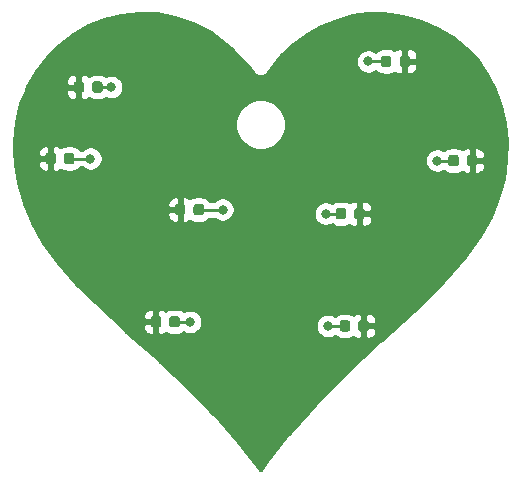
<source format=gbr>
G04 #@! TF.GenerationSoftware,KiCad,Pcbnew,(5.1.5)-3*
G04 #@! TF.CreationDate,2020-10-24T11:26:36-07:00*
G04 #@! TF.ProjectId,xmas_heart_2020,786d6173-5f68-4656-9172-745f32303230,rev?*
G04 #@! TF.SameCoordinates,Original*
G04 #@! TF.FileFunction,Copper,L1,Top*
G04 #@! TF.FilePolarity,Positive*
%FSLAX46Y46*%
G04 Gerber Fmt 4.6, Leading zero omitted, Abs format (unit mm)*
G04 Created by KiCad (PCBNEW (5.1.5)-3) date 2020-10-24 11:26:36*
%MOMM*%
%LPD*%
G04 APERTURE LIST*
%ADD10C,0.100000*%
%ADD11C,0.800000*%
%ADD12C,0.250000*%
%ADD13C,0.254000*%
G04 APERTURE END LIST*
G04 #@! TA.AperFunction,SMDPad,CuDef*
D10*
G36*
X89965191Y-24501053D02*
G01*
X89986426Y-24504203D01*
X90007250Y-24509419D01*
X90027462Y-24516651D01*
X90046868Y-24525830D01*
X90065281Y-24536866D01*
X90082524Y-24549654D01*
X90098430Y-24564070D01*
X90112846Y-24579976D01*
X90125634Y-24597219D01*
X90136670Y-24615632D01*
X90145849Y-24635038D01*
X90153081Y-24655250D01*
X90158297Y-24676074D01*
X90161447Y-24697309D01*
X90162500Y-24718750D01*
X90162500Y-25231250D01*
X90161447Y-25252691D01*
X90158297Y-25273926D01*
X90153081Y-25294750D01*
X90145849Y-25314962D01*
X90136670Y-25334368D01*
X90125634Y-25352781D01*
X90112846Y-25370024D01*
X90098430Y-25385930D01*
X90082524Y-25400346D01*
X90065281Y-25413134D01*
X90046868Y-25424170D01*
X90027462Y-25433349D01*
X90007250Y-25440581D01*
X89986426Y-25445797D01*
X89965191Y-25448947D01*
X89943750Y-25450000D01*
X89506250Y-25450000D01*
X89484809Y-25448947D01*
X89463574Y-25445797D01*
X89442750Y-25440581D01*
X89422538Y-25433349D01*
X89403132Y-25424170D01*
X89384719Y-25413134D01*
X89367476Y-25400346D01*
X89351570Y-25385930D01*
X89337154Y-25370024D01*
X89324366Y-25352781D01*
X89313330Y-25334368D01*
X89304151Y-25314962D01*
X89296919Y-25294750D01*
X89291703Y-25273926D01*
X89288553Y-25252691D01*
X89287500Y-25231250D01*
X89287500Y-24718750D01*
X89288553Y-24697309D01*
X89291703Y-24676074D01*
X89296919Y-24655250D01*
X89304151Y-24635038D01*
X89313330Y-24615632D01*
X89324366Y-24597219D01*
X89337154Y-24579976D01*
X89351570Y-24564070D01*
X89367476Y-24549654D01*
X89384719Y-24536866D01*
X89403132Y-24525830D01*
X89422538Y-24516651D01*
X89442750Y-24509419D01*
X89463574Y-24504203D01*
X89484809Y-24501053D01*
X89506250Y-24500000D01*
X89943750Y-24500000D01*
X89965191Y-24501053D01*
G37*
G04 #@! TD.AperFunction*
G04 #@! TA.AperFunction,SMDPad,CuDef*
G36*
X91540191Y-24501053D02*
G01*
X91561426Y-24504203D01*
X91582250Y-24509419D01*
X91602462Y-24516651D01*
X91621868Y-24525830D01*
X91640281Y-24536866D01*
X91657524Y-24549654D01*
X91673430Y-24564070D01*
X91687846Y-24579976D01*
X91700634Y-24597219D01*
X91711670Y-24615632D01*
X91720849Y-24635038D01*
X91728081Y-24655250D01*
X91733297Y-24676074D01*
X91736447Y-24697309D01*
X91737500Y-24718750D01*
X91737500Y-25231250D01*
X91736447Y-25252691D01*
X91733297Y-25273926D01*
X91728081Y-25294750D01*
X91720849Y-25314962D01*
X91711670Y-25334368D01*
X91700634Y-25352781D01*
X91687846Y-25370024D01*
X91673430Y-25385930D01*
X91657524Y-25400346D01*
X91640281Y-25413134D01*
X91621868Y-25424170D01*
X91602462Y-25433349D01*
X91582250Y-25440581D01*
X91561426Y-25445797D01*
X91540191Y-25448947D01*
X91518750Y-25450000D01*
X91081250Y-25450000D01*
X91059809Y-25448947D01*
X91038574Y-25445797D01*
X91017750Y-25440581D01*
X90997538Y-25433349D01*
X90978132Y-25424170D01*
X90959719Y-25413134D01*
X90942476Y-25400346D01*
X90926570Y-25385930D01*
X90912154Y-25370024D01*
X90899366Y-25352781D01*
X90888330Y-25334368D01*
X90879151Y-25314962D01*
X90871919Y-25294750D01*
X90866703Y-25273926D01*
X90863553Y-25252691D01*
X90862500Y-25231250D01*
X90862500Y-24718750D01*
X90863553Y-24697309D01*
X90866703Y-24676074D01*
X90871919Y-24655250D01*
X90879151Y-24635038D01*
X90888330Y-24615632D01*
X90899366Y-24597219D01*
X90912154Y-24579976D01*
X90926570Y-24564070D01*
X90942476Y-24549654D01*
X90959719Y-24536866D01*
X90978132Y-24525830D01*
X90997538Y-24516651D01*
X91017750Y-24509419D01*
X91038574Y-24504203D01*
X91059809Y-24501053D01*
X91081250Y-24500000D01*
X91518750Y-24500000D01*
X91540191Y-24501053D01*
G37*
G04 #@! TD.AperFunction*
G04 #@! TA.AperFunction,SMDPad,CuDef*
G36*
X115990191Y-22326053D02*
G01*
X116011426Y-22329203D01*
X116032250Y-22334419D01*
X116052462Y-22341651D01*
X116071868Y-22350830D01*
X116090281Y-22361866D01*
X116107524Y-22374654D01*
X116123430Y-22389070D01*
X116137846Y-22404976D01*
X116150634Y-22422219D01*
X116161670Y-22440632D01*
X116170849Y-22460038D01*
X116178081Y-22480250D01*
X116183297Y-22501074D01*
X116186447Y-22522309D01*
X116187500Y-22543750D01*
X116187500Y-23056250D01*
X116186447Y-23077691D01*
X116183297Y-23098926D01*
X116178081Y-23119750D01*
X116170849Y-23139962D01*
X116161670Y-23159368D01*
X116150634Y-23177781D01*
X116137846Y-23195024D01*
X116123430Y-23210930D01*
X116107524Y-23225346D01*
X116090281Y-23238134D01*
X116071868Y-23249170D01*
X116052462Y-23258349D01*
X116032250Y-23265581D01*
X116011426Y-23270797D01*
X115990191Y-23273947D01*
X115968750Y-23275000D01*
X115531250Y-23275000D01*
X115509809Y-23273947D01*
X115488574Y-23270797D01*
X115467750Y-23265581D01*
X115447538Y-23258349D01*
X115428132Y-23249170D01*
X115409719Y-23238134D01*
X115392476Y-23225346D01*
X115376570Y-23210930D01*
X115362154Y-23195024D01*
X115349366Y-23177781D01*
X115338330Y-23159368D01*
X115329151Y-23139962D01*
X115321919Y-23119750D01*
X115316703Y-23098926D01*
X115313553Y-23077691D01*
X115312500Y-23056250D01*
X115312500Y-22543750D01*
X115313553Y-22522309D01*
X115316703Y-22501074D01*
X115321919Y-22480250D01*
X115329151Y-22460038D01*
X115338330Y-22440632D01*
X115349366Y-22422219D01*
X115362154Y-22404976D01*
X115376570Y-22389070D01*
X115392476Y-22374654D01*
X115409719Y-22361866D01*
X115428132Y-22350830D01*
X115447538Y-22341651D01*
X115467750Y-22334419D01*
X115488574Y-22329203D01*
X115509809Y-22326053D01*
X115531250Y-22325000D01*
X115968750Y-22325000D01*
X115990191Y-22326053D01*
G37*
G04 #@! TD.AperFunction*
G04 #@! TA.AperFunction,SMDPad,CuDef*
G36*
X117565191Y-22326053D02*
G01*
X117586426Y-22329203D01*
X117607250Y-22334419D01*
X117627462Y-22341651D01*
X117646868Y-22350830D01*
X117665281Y-22361866D01*
X117682524Y-22374654D01*
X117698430Y-22389070D01*
X117712846Y-22404976D01*
X117725634Y-22422219D01*
X117736670Y-22440632D01*
X117745849Y-22460038D01*
X117753081Y-22480250D01*
X117758297Y-22501074D01*
X117761447Y-22522309D01*
X117762500Y-22543750D01*
X117762500Y-23056250D01*
X117761447Y-23077691D01*
X117758297Y-23098926D01*
X117753081Y-23119750D01*
X117745849Y-23139962D01*
X117736670Y-23159368D01*
X117725634Y-23177781D01*
X117712846Y-23195024D01*
X117698430Y-23210930D01*
X117682524Y-23225346D01*
X117665281Y-23238134D01*
X117646868Y-23249170D01*
X117627462Y-23258349D01*
X117607250Y-23265581D01*
X117586426Y-23270797D01*
X117565191Y-23273947D01*
X117543750Y-23275000D01*
X117106250Y-23275000D01*
X117084809Y-23273947D01*
X117063574Y-23270797D01*
X117042750Y-23265581D01*
X117022538Y-23258349D01*
X117003132Y-23249170D01*
X116984719Y-23238134D01*
X116967476Y-23225346D01*
X116951570Y-23210930D01*
X116937154Y-23195024D01*
X116924366Y-23177781D01*
X116913330Y-23159368D01*
X116904151Y-23139962D01*
X116896919Y-23119750D01*
X116891703Y-23098926D01*
X116888553Y-23077691D01*
X116887500Y-23056250D01*
X116887500Y-22543750D01*
X116888553Y-22522309D01*
X116891703Y-22501074D01*
X116896919Y-22480250D01*
X116904151Y-22460038D01*
X116913330Y-22440632D01*
X116924366Y-22422219D01*
X116937154Y-22404976D01*
X116951570Y-22389070D01*
X116967476Y-22374654D01*
X116984719Y-22361866D01*
X117003132Y-22350830D01*
X117022538Y-22341651D01*
X117042750Y-22334419D01*
X117063574Y-22329203D01*
X117084809Y-22326053D01*
X117106250Y-22325000D01*
X117543750Y-22325000D01*
X117565191Y-22326053D01*
G37*
G04 #@! TD.AperFunction*
G04 #@! TA.AperFunction,SMDPad,CuDef*
G36*
X87577691Y-30551053D02*
G01*
X87598926Y-30554203D01*
X87619750Y-30559419D01*
X87639962Y-30566651D01*
X87659368Y-30575830D01*
X87677781Y-30586866D01*
X87695024Y-30599654D01*
X87710930Y-30614070D01*
X87725346Y-30629976D01*
X87738134Y-30647219D01*
X87749170Y-30665632D01*
X87758349Y-30685038D01*
X87765581Y-30705250D01*
X87770797Y-30726074D01*
X87773947Y-30747309D01*
X87775000Y-30768750D01*
X87775000Y-31281250D01*
X87773947Y-31302691D01*
X87770797Y-31323926D01*
X87765581Y-31344750D01*
X87758349Y-31364962D01*
X87749170Y-31384368D01*
X87738134Y-31402781D01*
X87725346Y-31420024D01*
X87710930Y-31435930D01*
X87695024Y-31450346D01*
X87677781Y-31463134D01*
X87659368Y-31474170D01*
X87639962Y-31483349D01*
X87619750Y-31490581D01*
X87598926Y-31495797D01*
X87577691Y-31498947D01*
X87556250Y-31500000D01*
X87118750Y-31500000D01*
X87097309Y-31498947D01*
X87076074Y-31495797D01*
X87055250Y-31490581D01*
X87035038Y-31483349D01*
X87015632Y-31474170D01*
X86997219Y-31463134D01*
X86979976Y-31450346D01*
X86964070Y-31435930D01*
X86949654Y-31420024D01*
X86936866Y-31402781D01*
X86925830Y-31384368D01*
X86916651Y-31364962D01*
X86909419Y-31344750D01*
X86904203Y-31323926D01*
X86901053Y-31302691D01*
X86900000Y-31281250D01*
X86900000Y-30768750D01*
X86901053Y-30747309D01*
X86904203Y-30726074D01*
X86909419Y-30705250D01*
X86916651Y-30685038D01*
X86925830Y-30665632D01*
X86936866Y-30647219D01*
X86949654Y-30629976D01*
X86964070Y-30614070D01*
X86979976Y-30599654D01*
X86997219Y-30586866D01*
X87015632Y-30575830D01*
X87035038Y-30566651D01*
X87055250Y-30559419D01*
X87076074Y-30554203D01*
X87097309Y-30551053D01*
X87118750Y-30550000D01*
X87556250Y-30550000D01*
X87577691Y-30551053D01*
G37*
G04 #@! TD.AperFunction*
G04 #@! TA.AperFunction,SMDPad,CuDef*
G36*
X89152691Y-30551053D02*
G01*
X89173926Y-30554203D01*
X89194750Y-30559419D01*
X89214962Y-30566651D01*
X89234368Y-30575830D01*
X89252781Y-30586866D01*
X89270024Y-30599654D01*
X89285930Y-30614070D01*
X89300346Y-30629976D01*
X89313134Y-30647219D01*
X89324170Y-30665632D01*
X89333349Y-30685038D01*
X89340581Y-30705250D01*
X89345797Y-30726074D01*
X89348947Y-30747309D01*
X89350000Y-30768750D01*
X89350000Y-31281250D01*
X89348947Y-31302691D01*
X89345797Y-31323926D01*
X89340581Y-31344750D01*
X89333349Y-31364962D01*
X89324170Y-31384368D01*
X89313134Y-31402781D01*
X89300346Y-31420024D01*
X89285930Y-31435930D01*
X89270024Y-31450346D01*
X89252781Y-31463134D01*
X89234368Y-31474170D01*
X89214962Y-31483349D01*
X89194750Y-31490581D01*
X89173926Y-31495797D01*
X89152691Y-31498947D01*
X89131250Y-31500000D01*
X88693750Y-31500000D01*
X88672309Y-31498947D01*
X88651074Y-31495797D01*
X88630250Y-31490581D01*
X88610038Y-31483349D01*
X88590632Y-31474170D01*
X88572219Y-31463134D01*
X88554976Y-31450346D01*
X88539070Y-31435930D01*
X88524654Y-31420024D01*
X88511866Y-31402781D01*
X88500830Y-31384368D01*
X88491651Y-31364962D01*
X88484419Y-31344750D01*
X88479203Y-31323926D01*
X88476053Y-31302691D01*
X88475000Y-31281250D01*
X88475000Y-30768750D01*
X88476053Y-30747309D01*
X88479203Y-30726074D01*
X88484419Y-30705250D01*
X88491651Y-30685038D01*
X88500830Y-30665632D01*
X88511866Y-30647219D01*
X88524654Y-30629976D01*
X88539070Y-30614070D01*
X88554976Y-30599654D01*
X88572219Y-30586866D01*
X88590632Y-30575830D01*
X88610038Y-30566651D01*
X88630250Y-30559419D01*
X88651074Y-30554203D01*
X88672309Y-30551053D01*
X88693750Y-30550000D01*
X89131250Y-30550000D01*
X89152691Y-30551053D01*
G37*
G04 #@! TD.AperFunction*
G04 #@! TA.AperFunction,SMDPad,CuDef*
G36*
X121690191Y-30726053D02*
G01*
X121711426Y-30729203D01*
X121732250Y-30734419D01*
X121752462Y-30741651D01*
X121771868Y-30750830D01*
X121790281Y-30761866D01*
X121807524Y-30774654D01*
X121823430Y-30789070D01*
X121837846Y-30804976D01*
X121850634Y-30822219D01*
X121861670Y-30840632D01*
X121870849Y-30860038D01*
X121878081Y-30880250D01*
X121883297Y-30901074D01*
X121886447Y-30922309D01*
X121887500Y-30943750D01*
X121887500Y-31456250D01*
X121886447Y-31477691D01*
X121883297Y-31498926D01*
X121878081Y-31519750D01*
X121870849Y-31539962D01*
X121861670Y-31559368D01*
X121850634Y-31577781D01*
X121837846Y-31595024D01*
X121823430Y-31610930D01*
X121807524Y-31625346D01*
X121790281Y-31638134D01*
X121771868Y-31649170D01*
X121752462Y-31658349D01*
X121732250Y-31665581D01*
X121711426Y-31670797D01*
X121690191Y-31673947D01*
X121668750Y-31675000D01*
X121231250Y-31675000D01*
X121209809Y-31673947D01*
X121188574Y-31670797D01*
X121167750Y-31665581D01*
X121147538Y-31658349D01*
X121128132Y-31649170D01*
X121109719Y-31638134D01*
X121092476Y-31625346D01*
X121076570Y-31610930D01*
X121062154Y-31595024D01*
X121049366Y-31577781D01*
X121038330Y-31559368D01*
X121029151Y-31539962D01*
X121021919Y-31519750D01*
X121016703Y-31498926D01*
X121013553Y-31477691D01*
X121012500Y-31456250D01*
X121012500Y-30943750D01*
X121013553Y-30922309D01*
X121016703Y-30901074D01*
X121021919Y-30880250D01*
X121029151Y-30860038D01*
X121038330Y-30840632D01*
X121049366Y-30822219D01*
X121062154Y-30804976D01*
X121076570Y-30789070D01*
X121092476Y-30774654D01*
X121109719Y-30761866D01*
X121128132Y-30750830D01*
X121147538Y-30741651D01*
X121167750Y-30734419D01*
X121188574Y-30729203D01*
X121209809Y-30726053D01*
X121231250Y-30725000D01*
X121668750Y-30725000D01*
X121690191Y-30726053D01*
G37*
G04 #@! TD.AperFunction*
G04 #@! TA.AperFunction,SMDPad,CuDef*
G36*
X123265191Y-30726053D02*
G01*
X123286426Y-30729203D01*
X123307250Y-30734419D01*
X123327462Y-30741651D01*
X123346868Y-30750830D01*
X123365281Y-30761866D01*
X123382524Y-30774654D01*
X123398430Y-30789070D01*
X123412846Y-30804976D01*
X123425634Y-30822219D01*
X123436670Y-30840632D01*
X123445849Y-30860038D01*
X123453081Y-30880250D01*
X123458297Y-30901074D01*
X123461447Y-30922309D01*
X123462500Y-30943750D01*
X123462500Y-31456250D01*
X123461447Y-31477691D01*
X123458297Y-31498926D01*
X123453081Y-31519750D01*
X123445849Y-31539962D01*
X123436670Y-31559368D01*
X123425634Y-31577781D01*
X123412846Y-31595024D01*
X123398430Y-31610930D01*
X123382524Y-31625346D01*
X123365281Y-31638134D01*
X123346868Y-31649170D01*
X123327462Y-31658349D01*
X123307250Y-31665581D01*
X123286426Y-31670797D01*
X123265191Y-31673947D01*
X123243750Y-31675000D01*
X122806250Y-31675000D01*
X122784809Y-31673947D01*
X122763574Y-31670797D01*
X122742750Y-31665581D01*
X122722538Y-31658349D01*
X122703132Y-31649170D01*
X122684719Y-31638134D01*
X122667476Y-31625346D01*
X122651570Y-31610930D01*
X122637154Y-31595024D01*
X122624366Y-31577781D01*
X122613330Y-31559368D01*
X122604151Y-31539962D01*
X122596919Y-31519750D01*
X122591703Y-31498926D01*
X122588553Y-31477691D01*
X122587500Y-31456250D01*
X122587500Y-30943750D01*
X122588553Y-30922309D01*
X122591703Y-30901074D01*
X122596919Y-30880250D01*
X122604151Y-30860038D01*
X122613330Y-30840632D01*
X122624366Y-30822219D01*
X122637154Y-30804976D01*
X122651570Y-30789070D01*
X122667476Y-30774654D01*
X122684719Y-30761866D01*
X122703132Y-30750830D01*
X122722538Y-30741651D01*
X122742750Y-30734419D01*
X122763574Y-30729203D01*
X122784809Y-30726053D01*
X122806250Y-30725000D01*
X123243750Y-30725000D01*
X123265191Y-30726053D01*
G37*
G04 #@! TD.AperFunction*
G04 #@! TA.AperFunction,SMDPad,CuDef*
G36*
X98540191Y-34876053D02*
G01*
X98561426Y-34879203D01*
X98582250Y-34884419D01*
X98602462Y-34891651D01*
X98621868Y-34900830D01*
X98640281Y-34911866D01*
X98657524Y-34924654D01*
X98673430Y-34939070D01*
X98687846Y-34954976D01*
X98700634Y-34972219D01*
X98711670Y-34990632D01*
X98720849Y-35010038D01*
X98728081Y-35030250D01*
X98733297Y-35051074D01*
X98736447Y-35072309D01*
X98737500Y-35093750D01*
X98737500Y-35606250D01*
X98736447Y-35627691D01*
X98733297Y-35648926D01*
X98728081Y-35669750D01*
X98720849Y-35689962D01*
X98711670Y-35709368D01*
X98700634Y-35727781D01*
X98687846Y-35745024D01*
X98673430Y-35760930D01*
X98657524Y-35775346D01*
X98640281Y-35788134D01*
X98621868Y-35799170D01*
X98602462Y-35808349D01*
X98582250Y-35815581D01*
X98561426Y-35820797D01*
X98540191Y-35823947D01*
X98518750Y-35825000D01*
X98081250Y-35825000D01*
X98059809Y-35823947D01*
X98038574Y-35820797D01*
X98017750Y-35815581D01*
X97997538Y-35808349D01*
X97978132Y-35799170D01*
X97959719Y-35788134D01*
X97942476Y-35775346D01*
X97926570Y-35760930D01*
X97912154Y-35745024D01*
X97899366Y-35727781D01*
X97888330Y-35709368D01*
X97879151Y-35689962D01*
X97871919Y-35669750D01*
X97866703Y-35648926D01*
X97863553Y-35627691D01*
X97862500Y-35606250D01*
X97862500Y-35093750D01*
X97863553Y-35072309D01*
X97866703Y-35051074D01*
X97871919Y-35030250D01*
X97879151Y-35010038D01*
X97888330Y-34990632D01*
X97899366Y-34972219D01*
X97912154Y-34954976D01*
X97926570Y-34939070D01*
X97942476Y-34924654D01*
X97959719Y-34911866D01*
X97978132Y-34900830D01*
X97997538Y-34891651D01*
X98017750Y-34884419D01*
X98038574Y-34879203D01*
X98059809Y-34876053D01*
X98081250Y-34875000D01*
X98518750Y-34875000D01*
X98540191Y-34876053D01*
G37*
G04 #@! TD.AperFunction*
G04 #@! TA.AperFunction,SMDPad,CuDef*
G36*
X100115191Y-34876053D02*
G01*
X100136426Y-34879203D01*
X100157250Y-34884419D01*
X100177462Y-34891651D01*
X100196868Y-34900830D01*
X100215281Y-34911866D01*
X100232524Y-34924654D01*
X100248430Y-34939070D01*
X100262846Y-34954976D01*
X100275634Y-34972219D01*
X100286670Y-34990632D01*
X100295849Y-35010038D01*
X100303081Y-35030250D01*
X100308297Y-35051074D01*
X100311447Y-35072309D01*
X100312500Y-35093750D01*
X100312500Y-35606250D01*
X100311447Y-35627691D01*
X100308297Y-35648926D01*
X100303081Y-35669750D01*
X100295849Y-35689962D01*
X100286670Y-35709368D01*
X100275634Y-35727781D01*
X100262846Y-35745024D01*
X100248430Y-35760930D01*
X100232524Y-35775346D01*
X100215281Y-35788134D01*
X100196868Y-35799170D01*
X100177462Y-35808349D01*
X100157250Y-35815581D01*
X100136426Y-35820797D01*
X100115191Y-35823947D01*
X100093750Y-35825000D01*
X99656250Y-35825000D01*
X99634809Y-35823947D01*
X99613574Y-35820797D01*
X99592750Y-35815581D01*
X99572538Y-35808349D01*
X99553132Y-35799170D01*
X99534719Y-35788134D01*
X99517476Y-35775346D01*
X99501570Y-35760930D01*
X99487154Y-35745024D01*
X99474366Y-35727781D01*
X99463330Y-35709368D01*
X99454151Y-35689962D01*
X99446919Y-35669750D01*
X99441703Y-35648926D01*
X99438553Y-35627691D01*
X99437500Y-35606250D01*
X99437500Y-35093750D01*
X99438553Y-35072309D01*
X99441703Y-35051074D01*
X99446919Y-35030250D01*
X99454151Y-35010038D01*
X99463330Y-34990632D01*
X99474366Y-34972219D01*
X99487154Y-34954976D01*
X99501570Y-34939070D01*
X99517476Y-34924654D01*
X99534719Y-34911866D01*
X99553132Y-34900830D01*
X99572538Y-34891651D01*
X99592750Y-34884419D01*
X99613574Y-34879203D01*
X99634809Y-34876053D01*
X99656250Y-34875000D01*
X100093750Y-34875000D01*
X100115191Y-34876053D01*
G37*
G04 #@! TD.AperFunction*
G04 #@! TA.AperFunction,SMDPad,CuDef*
G36*
X112152691Y-35226053D02*
G01*
X112173926Y-35229203D01*
X112194750Y-35234419D01*
X112214962Y-35241651D01*
X112234368Y-35250830D01*
X112252781Y-35261866D01*
X112270024Y-35274654D01*
X112285930Y-35289070D01*
X112300346Y-35304976D01*
X112313134Y-35322219D01*
X112324170Y-35340632D01*
X112333349Y-35360038D01*
X112340581Y-35380250D01*
X112345797Y-35401074D01*
X112348947Y-35422309D01*
X112350000Y-35443750D01*
X112350000Y-35956250D01*
X112348947Y-35977691D01*
X112345797Y-35998926D01*
X112340581Y-36019750D01*
X112333349Y-36039962D01*
X112324170Y-36059368D01*
X112313134Y-36077781D01*
X112300346Y-36095024D01*
X112285930Y-36110930D01*
X112270024Y-36125346D01*
X112252781Y-36138134D01*
X112234368Y-36149170D01*
X112214962Y-36158349D01*
X112194750Y-36165581D01*
X112173926Y-36170797D01*
X112152691Y-36173947D01*
X112131250Y-36175000D01*
X111693750Y-36175000D01*
X111672309Y-36173947D01*
X111651074Y-36170797D01*
X111630250Y-36165581D01*
X111610038Y-36158349D01*
X111590632Y-36149170D01*
X111572219Y-36138134D01*
X111554976Y-36125346D01*
X111539070Y-36110930D01*
X111524654Y-36095024D01*
X111511866Y-36077781D01*
X111500830Y-36059368D01*
X111491651Y-36039962D01*
X111484419Y-36019750D01*
X111479203Y-35998926D01*
X111476053Y-35977691D01*
X111475000Y-35956250D01*
X111475000Y-35443750D01*
X111476053Y-35422309D01*
X111479203Y-35401074D01*
X111484419Y-35380250D01*
X111491651Y-35360038D01*
X111500830Y-35340632D01*
X111511866Y-35322219D01*
X111524654Y-35304976D01*
X111539070Y-35289070D01*
X111554976Y-35274654D01*
X111572219Y-35261866D01*
X111590632Y-35250830D01*
X111610038Y-35241651D01*
X111630250Y-35234419D01*
X111651074Y-35229203D01*
X111672309Y-35226053D01*
X111693750Y-35225000D01*
X112131250Y-35225000D01*
X112152691Y-35226053D01*
G37*
G04 #@! TD.AperFunction*
G04 #@! TA.AperFunction,SMDPad,CuDef*
G36*
X113727691Y-35226053D02*
G01*
X113748926Y-35229203D01*
X113769750Y-35234419D01*
X113789962Y-35241651D01*
X113809368Y-35250830D01*
X113827781Y-35261866D01*
X113845024Y-35274654D01*
X113860930Y-35289070D01*
X113875346Y-35304976D01*
X113888134Y-35322219D01*
X113899170Y-35340632D01*
X113908349Y-35360038D01*
X113915581Y-35380250D01*
X113920797Y-35401074D01*
X113923947Y-35422309D01*
X113925000Y-35443750D01*
X113925000Y-35956250D01*
X113923947Y-35977691D01*
X113920797Y-35998926D01*
X113915581Y-36019750D01*
X113908349Y-36039962D01*
X113899170Y-36059368D01*
X113888134Y-36077781D01*
X113875346Y-36095024D01*
X113860930Y-36110930D01*
X113845024Y-36125346D01*
X113827781Y-36138134D01*
X113809368Y-36149170D01*
X113789962Y-36158349D01*
X113769750Y-36165581D01*
X113748926Y-36170797D01*
X113727691Y-36173947D01*
X113706250Y-36175000D01*
X113268750Y-36175000D01*
X113247309Y-36173947D01*
X113226074Y-36170797D01*
X113205250Y-36165581D01*
X113185038Y-36158349D01*
X113165632Y-36149170D01*
X113147219Y-36138134D01*
X113129976Y-36125346D01*
X113114070Y-36110930D01*
X113099654Y-36095024D01*
X113086866Y-36077781D01*
X113075830Y-36059368D01*
X113066651Y-36039962D01*
X113059419Y-36019750D01*
X113054203Y-35998926D01*
X113051053Y-35977691D01*
X113050000Y-35956250D01*
X113050000Y-35443750D01*
X113051053Y-35422309D01*
X113054203Y-35401074D01*
X113059419Y-35380250D01*
X113066651Y-35360038D01*
X113075830Y-35340632D01*
X113086866Y-35322219D01*
X113099654Y-35304976D01*
X113114070Y-35289070D01*
X113129976Y-35274654D01*
X113147219Y-35261866D01*
X113165632Y-35250830D01*
X113185038Y-35241651D01*
X113205250Y-35234419D01*
X113226074Y-35229203D01*
X113247309Y-35226053D01*
X113268750Y-35225000D01*
X113706250Y-35225000D01*
X113727691Y-35226053D01*
G37*
G04 #@! TD.AperFunction*
G04 #@! TA.AperFunction,SMDPad,CuDef*
G36*
X96502691Y-44376053D02*
G01*
X96523926Y-44379203D01*
X96544750Y-44384419D01*
X96564962Y-44391651D01*
X96584368Y-44400830D01*
X96602781Y-44411866D01*
X96620024Y-44424654D01*
X96635930Y-44439070D01*
X96650346Y-44454976D01*
X96663134Y-44472219D01*
X96674170Y-44490632D01*
X96683349Y-44510038D01*
X96690581Y-44530250D01*
X96695797Y-44551074D01*
X96698947Y-44572309D01*
X96700000Y-44593750D01*
X96700000Y-45106250D01*
X96698947Y-45127691D01*
X96695797Y-45148926D01*
X96690581Y-45169750D01*
X96683349Y-45189962D01*
X96674170Y-45209368D01*
X96663134Y-45227781D01*
X96650346Y-45245024D01*
X96635930Y-45260930D01*
X96620024Y-45275346D01*
X96602781Y-45288134D01*
X96584368Y-45299170D01*
X96564962Y-45308349D01*
X96544750Y-45315581D01*
X96523926Y-45320797D01*
X96502691Y-45323947D01*
X96481250Y-45325000D01*
X96043750Y-45325000D01*
X96022309Y-45323947D01*
X96001074Y-45320797D01*
X95980250Y-45315581D01*
X95960038Y-45308349D01*
X95940632Y-45299170D01*
X95922219Y-45288134D01*
X95904976Y-45275346D01*
X95889070Y-45260930D01*
X95874654Y-45245024D01*
X95861866Y-45227781D01*
X95850830Y-45209368D01*
X95841651Y-45189962D01*
X95834419Y-45169750D01*
X95829203Y-45148926D01*
X95826053Y-45127691D01*
X95825000Y-45106250D01*
X95825000Y-44593750D01*
X95826053Y-44572309D01*
X95829203Y-44551074D01*
X95834419Y-44530250D01*
X95841651Y-44510038D01*
X95850830Y-44490632D01*
X95861866Y-44472219D01*
X95874654Y-44454976D01*
X95889070Y-44439070D01*
X95904976Y-44424654D01*
X95922219Y-44411866D01*
X95940632Y-44400830D01*
X95960038Y-44391651D01*
X95980250Y-44384419D01*
X96001074Y-44379203D01*
X96022309Y-44376053D01*
X96043750Y-44375000D01*
X96481250Y-44375000D01*
X96502691Y-44376053D01*
G37*
G04 #@! TD.AperFunction*
G04 #@! TA.AperFunction,SMDPad,CuDef*
G36*
X98077691Y-44376053D02*
G01*
X98098926Y-44379203D01*
X98119750Y-44384419D01*
X98139962Y-44391651D01*
X98159368Y-44400830D01*
X98177781Y-44411866D01*
X98195024Y-44424654D01*
X98210930Y-44439070D01*
X98225346Y-44454976D01*
X98238134Y-44472219D01*
X98249170Y-44490632D01*
X98258349Y-44510038D01*
X98265581Y-44530250D01*
X98270797Y-44551074D01*
X98273947Y-44572309D01*
X98275000Y-44593750D01*
X98275000Y-45106250D01*
X98273947Y-45127691D01*
X98270797Y-45148926D01*
X98265581Y-45169750D01*
X98258349Y-45189962D01*
X98249170Y-45209368D01*
X98238134Y-45227781D01*
X98225346Y-45245024D01*
X98210930Y-45260930D01*
X98195024Y-45275346D01*
X98177781Y-45288134D01*
X98159368Y-45299170D01*
X98139962Y-45308349D01*
X98119750Y-45315581D01*
X98098926Y-45320797D01*
X98077691Y-45323947D01*
X98056250Y-45325000D01*
X97618750Y-45325000D01*
X97597309Y-45323947D01*
X97576074Y-45320797D01*
X97555250Y-45315581D01*
X97535038Y-45308349D01*
X97515632Y-45299170D01*
X97497219Y-45288134D01*
X97479976Y-45275346D01*
X97464070Y-45260930D01*
X97449654Y-45245024D01*
X97436866Y-45227781D01*
X97425830Y-45209368D01*
X97416651Y-45189962D01*
X97409419Y-45169750D01*
X97404203Y-45148926D01*
X97401053Y-45127691D01*
X97400000Y-45106250D01*
X97400000Y-44593750D01*
X97401053Y-44572309D01*
X97404203Y-44551074D01*
X97409419Y-44530250D01*
X97416651Y-44510038D01*
X97425830Y-44490632D01*
X97436866Y-44472219D01*
X97449654Y-44454976D01*
X97464070Y-44439070D01*
X97479976Y-44424654D01*
X97497219Y-44411866D01*
X97515632Y-44400830D01*
X97535038Y-44391651D01*
X97555250Y-44384419D01*
X97576074Y-44379203D01*
X97597309Y-44376053D01*
X97618750Y-44375000D01*
X98056250Y-44375000D01*
X98077691Y-44376053D01*
G37*
G04 #@! TD.AperFunction*
G04 #@! TA.AperFunction,SMDPad,CuDef*
G36*
X112490191Y-44726053D02*
G01*
X112511426Y-44729203D01*
X112532250Y-44734419D01*
X112552462Y-44741651D01*
X112571868Y-44750830D01*
X112590281Y-44761866D01*
X112607524Y-44774654D01*
X112623430Y-44789070D01*
X112637846Y-44804976D01*
X112650634Y-44822219D01*
X112661670Y-44840632D01*
X112670849Y-44860038D01*
X112678081Y-44880250D01*
X112683297Y-44901074D01*
X112686447Y-44922309D01*
X112687500Y-44943750D01*
X112687500Y-45456250D01*
X112686447Y-45477691D01*
X112683297Y-45498926D01*
X112678081Y-45519750D01*
X112670849Y-45539962D01*
X112661670Y-45559368D01*
X112650634Y-45577781D01*
X112637846Y-45595024D01*
X112623430Y-45610930D01*
X112607524Y-45625346D01*
X112590281Y-45638134D01*
X112571868Y-45649170D01*
X112552462Y-45658349D01*
X112532250Y-45665581D01*
X112511426Y-45670797D01*
X112490191Y-45673947D01*
X112468750Y-45675000D01*
X112031250Y-45675000D01*
X112009809Y-45673947D01*
X111988574Y-45670797D01*
X111967750Y-45665581D01*
X111947538Y-45658349D01*
X111928132Y-45649170D01*
X111909719Y-45638134D01*
X111892476Y-45625346D01*
X111876570Y-45610930D01*
X111862154Y-45595024D01*
X111849366Y-45577781D01*
X111838330Y-45559368D01*
X111829151Y-45539962D01*
X111821919Y-45519750D01*
X111816703Y-45498926D01*
X111813553Y-45477691D01*
X111812500Y-45456250D01*
X111812500Y-44943750D01*
X111813553Y-44922309D01*
X111816703Y-44901074D01*
X111821919Y-44880250D01*
X111829151Y-44860038D01*
X111838330Y-44840632D01*
X111849366Y-44822219D01*
X111862154Y-44804976D01*
X111876570Y-44789070D01*
X111892476Y-44774654D01*
X111909719Y-44761866D01*
X111928132Y-44750830D01*
X111947538Y-44741651D01*
X111967750Y-44734419D01*
X111988574Y-44729203D01*
X112009809Y-44726053D01*
X112031250Y-44725000D01*
X112468750Y-44725000D01*
X112490191Y-44726053D01*
G37*
G04 #@! TD.AperFunction*
G04 #@! TA.AperFunction,SMDPad,CuDef*
G36*
X114065191Y-44726053D02*
G01*
X114086426Y-44729203D01*
X114107250Y-44734419D01*
X114127462Y-44741651D01*
X114146868Y-44750830D01*
X114165281Y-44761866D01*
X114182524Y-44774654D01*
X114198430Y-44789070D01*
X114212846Y-44804976D01*
X114225634Y-44822219D01*
X114236670Y-44840632D01*
X114245849Y-44860038D01*
X114253081Y-44880250D01*
X114258297Y-44901074D01*
X114261447Y-44922309D01*
X114262500Y-44943750D01*
X114262500Y-45456250D01*
X114261447Y-45477691D01*
X114258297Y-45498926D01*
X114253081Y-45519750D01*
X114245849Y-45539962D01*
X114236670Y-45559368D01*
X114225634Y-45577781D01*
X114212846Y-45595024D01*
X114198430Y-45610930D01*
X114182524Y-45625346D01*
X114165281Y-45638134D01*
X114146868Y-45649170D01*
X114127462Y-45658349D01*
X114107250Y-45665581D01*
X114086426Y-45670797D01*
X114065191Y-45673947D01*
X114043750Y-45675000D01*
X113606250Y-45675000D01*
X113584809Y-45673947D01*
X113563574Y-45670797D01*
X113542750Y-45665581D01*
X113522538Y-45658349D01*
X113503132Y-45649170D01*
X113484719Y-45638134D01*
X113467476Y-45625346D01*
X113451570Y-45610930D01*
X113437154Y-45595024D01*
X113424366Y-45577781D01*
X113413330Y-45559368D01*
X113404151Y-45539962D01*
X113396919Y-45519750D01*
X113391703Y-45498926D01*
X113388553Y-45477691D01*
X113387500Y-45456250D01*
X113387500Y-44943750D01*
X113388553Y-44922309D01*
X113391703Y-44901074D01*
X113396919Y-44880250D01*
X113404151Y-44860038D01*
X113413330Y-44840632D01*
X113424366Y-44822219D01*
X113437154Y-44804976D01*
X113451570Y-44789070D01*
X113467476Y-44774654D01*
X113484719Y-44761866D01*
X113503132Y-44750830D01*
X113522538Y-44741651D01*
X113542750Y-44734419D01*
X113563574Y-44729203D01*
X113584809Y-44726053D01*
X113606250Y-44725000D01*
X114043750Y-44725000D01*
X114065191Y-44726053D01*
G37*
G04 #@! TD.AperFunction*
D11*
X117725000Y-27950000D03*
X92475000Y-24975000D03*
X114225000Y-22800000D03*
X90700000Y-31025000D03*
X120075000Y-31200000D03*
X101900000Y-35350000D03*
X110650000Y-35700000D03*
X99150000Y-44850000D03*
X110825000Y-45200000D03*
D12*
X92475000Y-24975000D02*
X91300000Y-24975000D01*
X114225000Y-22800000D02*
X115750000Y-22800000D01*
X90700000Y-31025000D02*
X88912500Y-31025000D01*
X120075000Y-31200000D02*
X121450000Y-31200000D01*
X101900000Y-35350000D02*
X99875000Y-35350000D01*
X110650000Y-35700000D02*
X111912500Y-35700000D01*
X99150000Y-44850000D02*
X97837500Y-44850000D01*
X110825000Y-45200000D02*
X112250000Y-45200000D01*
D13*
G36*
X96338425Y-18744137D02*
G01*
X97876344Y-19019744D01*
X99415107Y-19532532D01*
X100912733Y-20283634D01*
X102644657Y-21694198D01*
X104233174Y-23362886D01*
X104479123Y-23705642D01*
X104484268Y-23716093D01*
X104521268Y-23764377D01*
X104535583Y-23784326D01*
X104543221Y-23793024D01*
X104572332Y-23831013D01*
X104590885Y-23847304D01*
X104607176Y-23865857D01*
X104645166Y-23894969D01*
X104681124Y-23926544D01*
X104702497Y-23938902D01*
X104722096Y-23953921D01*
X104765033Y-23975061D01*
X104806462Y-23999016D01*
X104829834Y-24006966D01*
X104851988Y-24017874D01*
X104898234Y-24030233D01*
X104943531Y-24045642D01*
X104968004Y-24048880D01*
X104991861Y-24055256D01*
X105039619Y-24058356D01*
X105087063Y-24064633D01*
X105111701Y-24063034D01*
X105136339Y-24064633D01*
X105183788Y-24058355D01*
X105231540Y-24055256D01*
X105255390Y-24048882D01*
X105279871Y-24045643D01*
X105325181Y-24030230D01*
X105371413Y-24017874D01*
X105393564Y-24006968D01*
X105416940Y-23999016D01*
X105458371Y-23975060D01*
X105501306Y-23953921D01*
X105520905Y-23938902D01*
X105542278Y-23926544D01*
X105578236Y-23894969D01*
X105616226Y-23865857D01*
X105632517Y-23847304D01*
X105651070Y-23831013D01*
X105680181Y-23793024D01*
X105687819Y-23784326D01*
X105702134Y-23764376D01*
X105739134Y-23716093D01*
X105744279Y-23705643D01*
X106004836Y-23342529D01*
X106539810Y-22698061D01*
X113190000Y-22698061D01*
X113190000Y-22901939D01*
X113229774Y-23101898D01*
X113307795Y-23290256D01*
X113421063Y-23459774D01*
X113565226Y-23603937D01*
X113734744Y-23717205D01*
X113923102Y-23795226D01*
X114123061Y-23835000D01*
X114326939Y-23835000D01*
X114526898Y-23795226D01*
X114715256Y-23717205D01*
X114880167Y-23607016D01*
X114925385Y-23662115D01*
X115055225Y-23768671D01*
X115203358Y-23847850D01*
X115364092Y-23896608D01*
X115531250Y-23913072D01*
X115968750Y-23913072D01*
X116135908Y-23896608D01*
X116296642Y-23847850D01*
X116444775Y-23768671D01*
X116466430Y-23750900D01*
X116533006Y-23805537D01*
X116643320Y-23864502D01*
X116763018Y-23900812D01*
X116887500Y-23913072D01*
X117039250Y-23910000D01*
X117198000Y-23751250D01*
X117198000Y-22927000D01*
X117452000Y-22927000D01*
X117452000Y-23751250D01*
X117610750Y-23910000D01*
X117762500Y-23913072D01*
X117886982Y-23900812D01*
X118006680Y-23864502D01*
X118116994Y-23805537D01*
X118213685Y-23726185D01*
X118293037Y-23629494D01*
X118352002Y-23519180D01*
X118388312Y-23399482D01*
X118400572Y-23275000D01*
X118397500Y-23085750D01*
X118238750Y-22927000D01*
X117452000Y-22927000D01*
X117198000Y-22927000D01*
X117178000Y-22927000D01*
X117178000Y-22673000D01*
X117198000Y-22673000D01*
X117198000Y-21848750D01*
X117452000Y-21848750D01*
X117452000Y-22673000D01*
X118238750Y-22673000D01*
X118397500Y-22514250D01*
X118400572Y-22325000D01*
X118388312Y-22200518D01*
X118352002Y-22080820D01*
X118293037Y-21970506D01*
X118213685Y-21873815D01*
X118116994Y-21794463D01*
X118006680Y-21735498D01*
X117886982Y-21699188D01*
X117762500Y-21686928D01*
X117610750Y-21690000D01*
X117452000Y-21848750D01*
X117198000Y-21848750D01*
X117039250Y-21690000D01*
X116887500Y-21686928D01*
X116763018Y-21699188D01*
X116643320Y-21735498D01*
X116533006Y-21794463D01*
X116466430Y-21849100D01*
X116444775Y-21831329D01*
X116296642Y-21752150D01*
X116135908Y-21703392D01*
X115968750Y-21686928D01*
X115531250Y-21686928D01*
X115364092Y-21703392D01*
X115203358Y-21752150D01*
X115055225Y-21831329D01*
X114925385Y-21937885D01*
X114880167Y-21992984D01*
X114715256Y-21882795D01*
X114526898Y-21804774D01*
X114326939Y-21765000D01*
X114123061Y-21765000D01*
X113923102Y-21804774D01*
X113734744Y-21882795D01*
X113565226Y-21996063D01*
X113421063Y-22140226D01*
X113307795Y-22309744D01*
X113229774Y-22498102D01*
X113190000Y-22698061D01*
X106539810Y-22698061D01*
X106883090Y-22284522D01*
X107897678Y-21345081D01*
X109036435Y-20521127D01*
X110267908Y-19830068D01*
X111559613Y-19288163D01*
X112878380Y-18910297D01*
X114190653Y-18709637D01*
X115470359Y-18697026D01*
X117138081Y-18919503D01*
X118681896Y-19341649D01*
X120092927Y-19946100D01*
X121367095Y-20717139D01*
X122499769Y-21639833D01*
X123485565Y-22699714D01*
X124318323Y-23882436D01*
X124991241Y-25173513D01*
X125497086Y-26558226D01*
X125828371Y-28021629D01*
X125977454Y-29548551D01*
X125936613Y-31123795D01*
X125698012Y-32732068D01*
X125253663Y-34358099D01*
X124595366Y-35986618D01*
X123717963Y-37596205D01*
X122434393Y-39358448D01*
X120555184Y-41484321D01*
X118175231Y-43865238D01*
X115408415Y-46380447D01*
X115407654Y-46381016D01*
X115381527Y-46404890D01*
X115355678Y-46428388D01*
X115355049Y-46429084D01*
X112504496Y-49033788D01*
X112490943Y-49044972D01*
X112477854Y-49058132D01*
X112464160Y-49070645D01*
X112452419Y-49083705D01*
X109822587Y-51727812D01*
X109808185Y-51741042D01*
X109797120Y-51753417D01*
X109785436Y-51765164D01*
X109773093Y-51780287D01*
X107506951Y-54314628D01*
X107489056Y-54333568D01*
X107482862Y-54341568D01*
X107476143Y-54349082D01*
X107460811Y-54370048D01*
X105689727Y-56657480D01*
X105136009Y-57368023D01*
X105092254Y-57397659D01*
X104817609Y-57079329D01*
X104792443Y-57044806D01*
X104783445Y-57036514D01*
X103230496Y-55047654D01*
X103217315Y-55029418D01*
X103208271Y-55019190D01*
X103199884Y-55008449D01*
X103184395Y-54992188D01*
X101148323Y-52689602D01*
X101137813Y-52676382D01*
X101124400Y-52662547D01*
X101111660Y-52648139D01*
X101099311Y-52636667D01*
X98837654Y-50303791D01*
X98826055Y-50290554D01*
X98812526Y-50277872D01*
X98799633Y-50264573D01*
X98786218Y-50253211D01*
X96529311Y-48137606D01*
X96521745Y-48129480D01*
X96502977Y-48112922D01*
X96484727Y-48095814D01*
X96475926Y-48089055D01*
X93760165Y-45692999D01*
X93374987Y-45325000D01*
X95186928Y-45325000D01*
X95199188Y-45449482D01*
X95235498Y-45569180D01*
X95294463Y-45679494D01*
X95373815Y-45776185D01*
X95470506Y-45855537D01*
X95580820Y-45914502D01*
X95700518Y-45950812D01*
X95825000Y-45963072D01*
X95976750Y-45960000D01*
X96135500Y-45801250D01*
X96135500Y-44977000D01*
X95348750Y-44977000D01*
X95190000Y-45135750D01*
X95186928Y-45325000D01*
X93374987Y-45325000D01*
X92380639Y-44375000D01*
X95186928Y-44375000D01*
X95190000Y-44564250D01*
X95348750Y-44723000D01*
X96135500Y-44723000D01*
X96135500Y-43898750D01*
X96389500Y-43898750D01*
X96389500Y-44723000D01*
X96409500Y-44723000D01*
X96409500Y-44977000D01*
X96389500Y-44977000D01*
X96389500Y-45801250D01*
X96548250Y-45960000D01*
X96700000Y-45963072D01*
X96824482Y-45950812D01*
X96944180Y-45914502D01*
X97054494Y-45855537D01*
X97121070Y-45800900D01*
X97142725Y-45818671D01*
X97290858Y-45897850D01*
X97451592Y-45946608D01*
X97618750Y-45963072D01*
X98056250Y-45963072D01*
X98223408Y-45946608D01*
X98384142Y-45897850D01*
X98532275Y-45818671D01*
X98624049Y-45743355D01*
X98659744Y-45767205D01*
X98848102Y-45845226D01*
X99048061Y-45885000D01*
X99251939Y-45885000D01*
X99451898Y-45845226D01*
X99640256Y-45767205D01*
X99809774Y-45653937D01*
X99953937Y-45509774D01*
X100067205Y-45340256D01*
X100145226Y-45151898D01*
X100155934Y-45098061D01*
X109790000Y-45098061D01*
X109790000Y-45301939D01*
X109829774Y-45501898D01*
X109907795Y-45690256D01*
X110021063Y-45859774D01*
X110165226Y-46003937D01*
X110334744Y-46117205D01*
X110523102Y-46195226D01*
X110723061Y-46235000D01*
X110926939Y-46235000D01*
X111126898Y-46195226D01*
X111315256Y-46117205D01*
X111415582Y-46050170D01*
X111425385Y-46062115D01*
X111555225Y-46168671D01*
X111703358Y-46247850D01*
X111864092Y-46296608D01*
X112031250Y-46313072D01*
X112468750Y-46313072D01*
X112635908Y-46296608D01*
X112796642Y-46247850D01*
X112944775Y-46168671D01*
X112966430Y-46150900D01*
X113033006Y-46205537D01*
X113143320Y-46264502D01*
X113263018Y-46300812D01*
X113387500Y-46313072D01*
X113539250Y-46310000D01*
X113698000Y-46151250D01*
X113698000Y-45327000D01*
X113952000Y-45327000D01*
X113952000Y-46151250D01*
X114110750Y-46310000D01*
X114262500Y-46313072D01*
X114386982Y-46300812D01*
X114506680Y-46264502D01*
X114616994Y-46205537D01*
X114713685Y-46126185D01*
X114793037Y-46029494D01*
X114852002Y-45919180D01*
X114888312Y-45799482D01*
X114900572Y-45675000D01*
X114897500Y-45485750D01*
X114738750Y-45327000D01*
X113952000Y-45327000D01*
X113698000Y-45327000D01*
X113678000Y-45327000D01*
X113678000Y-45073000D01*
X113698000Y-45073000D01*
X113698000Y-44248750D01*
X113952000Y-44248750D01*
X113952000Y-45073000D01*
X114738750Y-45073000D01*
X114897500Y-44914250D01*
X114900572Y-44725000D01*
X114888312Y-44600518D01*
X114852002Y-44480820D01*
X114793037Y-44370506D01*
X114713685Y-44273815D01*
X114616994Y-44194463D01*
X114506680Y-44135498D01*
X114386982Y-44099188D01*
X114262500Y-44086928D01*
X114110750Y-44090000D01*
X113952000Y-44248750D01*
X113698000Y-44248750D01*
X113539250Y-44090000D01*
X113387500Y-44086928D01*
X113263018Y-44099188D01*
X113143320Y-44135498D01*
X113033006Y-44194463D01*
X112966430Y-44249100D01*
X112944775Y-44231329D01*
X112796642Y-44152150D01*
X112635908Y-44103392D01*
X112468750Y-44086928D01*
X112031250Y-44086928D01*
X111864092Y-44103392D01*
X111703358Y-44152150D01*
X111555225Y-44231329D01*
X111425385Y-44337885D01*
X111415582Y-44349830D01*
X111315256Y-44282795D01*
X111126898Y-44204774D01*
X110926939Y-44165000D01*
X110723061Y-44165000D01*
X110523102Y-44204774D01*
X110334744Y-44282795D01*
X110165226Y-44396063D01*
X110021063Y-44540226D01*
X109907795Y-44709744D01*
X109829774Y-44898102D01*
X109790000Y-45098061D01*
X100155934Y-45098061D01*
X100185000Y-44951939D01*
X100185000Y-44748061D01*
X100145226Y-44548102D01*
X100067205Y-44359744D01*
X99953937Y-44190226D01*
X99809774Y-44046063D01*
X99640256Y-43932795D01*
X99451898Y-43854774D01*
X99251939Y-43815000D01*
X99048061Y-43815000D01*
X98848102Y-43854774D01*
X98659744Y-43932795D01*
X98624049Y-43956645D01*
X98532275Y-43881329D01*
X98384142Y-43802150D01*
X98223408Y-43753392D01*
X98056250Y-43736928D01*
X97618750Y-43736928D01*
X97451592Y-43753392D01*
X97290858Y-43802150D01*
X97142725Y-43881329D01*
X97121070Y-43899100D01*
X97054494Y-43844463D01*
X96944180Y-43785498D01*
X96824482Y-43749188D01*
X96700000Y-43736928D01*
X96548250Y-43740000D01*
X96389500Y-43898750D01*
X96135500Y-43898750D01*
X95976750Y-43740000D01*
X95825000Y-43736928D01*
X95700518Y-43749188D01*
X95580820Y-43785498D01*
X95470506Y-43844463D01*
X95373815Y-43923815D01*
X95294463Y-44020506D01*
X95235498Y-44130820D01*
X95199188Y-44250518D01*
X95186928Y-44375000D01*
X92380639Y-44375000D01*
X89519635Y-41641598D01*
X87963861Y-39855213D01*
X86725989Y-38153019D01*
X85776574Y-36495498D01*
X85495374Y-35825000D01*
X97224428Y-35825000D01*
X97236688Y-35949482D01*
X97272998Y-36069180D01*
X97331963Y-36179494D01*
X97411315Y-36276185D01*
X97508006Y-36355537D01*
X97618320Y-36414502D01*
X97738018Y-36450812D01*
X97862500Y-36463072D01*
X98014250Y-36460000D01*
X98173000Y-36301250D01*
X98173000Y-35477000D01*
X97386250Y-35477000D01*
X97227500Y-35635750D01*
X97224428Y-35825000D01*
X85495374Y-35825000D01*
X85096954Y-34875000D01*
X97224428Y-34875000D01*
X97227500Y-35064250D01*
X97386250Y-35223000D01*
X98173000Y-35223000D01*
X98173000Y-34398750D01*
X98427000Y-34398750D01*
X98427000Y-35223000D01*
X98447000Y-35223000D01*
X98447000Y-35477000D01*
X98427000Y-35477000D01*
X98427000Y-36301250D01*
X98585750Y-36460000D01*
X98737500Y-36463072D01*
X98861982Y-36450812D01*
X98981680Y-36414502D01*
X99091994Y-36355537D01*
X99158570Y-36300900D01*
X99180225Y-36318671D01*
X99328358Y-36397850D01*
X99489092Y-36446608D01*
X99656250Y-36463072D01*
X100093750Y-36463072D01*
X100260908Y-36446608D01*
X100421642Y-36397850D01*
X100569775Y-36318671D01*
X100699615Y-36212115D01*
X100783418Y-36110000D01*
X101196289Y-36110000D01*
X101240226Y-36153937D01*
X101409744Y-36267205D01*
X101598102Y-36345226D01*
X101798061Y-36385000D01*
X102001939Y-36385000D01*
X102201898Y-36345226D01*
X102390256Y-36267205D01*
X102559774Y-36153937D01*
X102703937Y-36009774D01*
X102817205Y-35840256D01*
X102895226Y-35651898D01*
X102905934Y-35598061D01*
X109615000Y-35598061D01*
X109615000Y-35801939D01*
X109654774Y-36001898D01*
X109732795Y-36190256D01*
X109846063Y-36359774D01*
X109990226Y-36503937D01*
X110159744Y-36617205D01*
X110348102Y-36695226D01*
X110548061Y-36735000D01*
X110751939Y-36735000D01*
X110951898Y-36695226D01*
X111140256Y-36617205D01*
X111148390Y-36611770D01*
X111217725Y-36668671D01*
X111365858Y-36747850D01*
X111526592Y-36796608D01*
X111693750Y-36813072D01*
X112131250Y-36813072D01*
X112298408Y-36796608D01*
X112459142Y-36747850D01*
X112607275Y-36668671D01*
X112628930Y-36650900D01*
X112695506Y-36705537D01*
X112805820Y-36764502D01*
X112925518Y-36800812D01*
X113050000Y-36813072D01*
X113201750Y-36810000D01*
X113360500Y-36651250D01*
X113360500Y-35827000D01*
X113614500Y-35827000D01*
X113614500Y-36651250D01*
X113773250Y-36810000D01*
X113925000Y-36813072D01*
X114049482Y-36800812D01*
X114169180Y-36764502D01*
X114279494Y-36705537D01*
X114376185Y-36626185D01*
X114455537Y-36529494D01*
X114514502Y-36419180D01*
X114550812Y-36299482D01*
X114563072Y-36175000D01*
X114560000Y-35985750D01*
X114401250Y-35827000D01*
X113614500Y-35827000D01*
X113360500Y-35827000D01*
X113340500Y-35827000D01*
X113340500Y-35573000D01*
X113360500Y-35573000D01*
X113360500Y-34748750D01*
X113614500Y-34748750D01*
X113614500Y-35573000D01*
X114401250Y-35573000D01*
X114560000Y-35414250D01*
X114563072Y-35225000D01*
X114550812Y-35100518D01*
X114514502Y-34980820D01*
X114455537Y-34870506D01*
X114376185Y-34773815D01*
X114279494Y-34694463D01*
X114169180Y-34635498D01*
X114049482Y-34599188D01*
X113925000Y-34586928D01*
X113773250Y-34590000D01*
X113614500Y-34748750D01*
X113360500Y-34748750D01*
X113201750Y-34590000D01*
X113050000Y-34586928D01*
X112925518Y-34599188D01*
X112805820Y-34635498D01*
X112695506Y-34694463D01*
X112628930Y-34749100D01*
X112607275Y-34731329D01*
X112459142Y-34652150D01*
X112298408Y-34603392D01*
X112131250Y-34586928D01*
X111693750Y-34586928D01*
X111526592Y-34603392D01*
X111365858Y-34652150D01*
X111217725Y-34731329D01*
X111148390Y-34788230D01*
X111140256Y-34782795D01*
X110951898Y-34704774D01*
X110751939Y-34665000D01*
X110548061Y-34665000D01*
X110348102Y-34704774D01*
X110159744Y-34782795D01*
X109990226Y-34896063D01*
X109846063Y-35040226D01*
X109732795Y-35209744D01*
X109654774Y-35398102D01*
X109615000Y-35598061D01*
X102905934Y-35598061D01*
X102935000Y-35451939D01*
X102935000Y-35248061D01*
X102895226Y-35048102D01*
X102817205Y-34859744D01*
X102703937Y-34690226D01*
X102559774Y-34546063D01*
X102390256Y-34432795D01*
X102201898Y-34354774D01*
X102001939Y-34315000D01*
X101798061Y-34315000D01*
X101598102Y-34354774D01*
X101409744Y-34432795D01*
X101240226Y-34546063D01*
X101196289Y-34590000D01*
X100783418Y-34590000D01*
X100699615Y-34487885D01*
X100569775Y-34381329D01*
X100421642Y-34302150D01*
X100260908Y-34253392D01*
X100093750Y-34236928D01*
X99656250Y-34236928D01*
X99489092Y-34253392D01*
X99328358Y-34302150D01*
X99180225Y-34381329D01*
X99158570Y-34399100D01*
X99091994Y-34344463D01*
X98981680Y-34285498D01*
X98861982Y-34249188D01*
X98737500Y-34236928D01*
X98585750Y-34240000D01*
X98427000Y-34398750D01*
X98173000Y-34398750D01*
X98014250Y-34240000D01*
X97862500Y-34236928D01*
X97738018Y-34249188D01*
X97618320Y-34285498D01*
X97508006Y-34344463D01*
X97411315Y-34423815D01*
X97331963Y-34520506D01*
X97272998Y-34630820D01*
X97236688Y-34750518D01*
X97224428Y-34875000D01*
X85096954Y-34875000D01*
X85078481Y-34830955D01*
X84596757Y-33102960D01*
X84340500Y-31500000D01*
X86261928Y-31500000D01*
X86274188Y-31624482D01*
X86310498Y-31744180D01*
X86369463Y-31854494D01*
X86448815Y-31951185D01*
X86545506Y-32030537D01*
X86655820Y-32089502D01*
X86775518Y-32125812D01*
X86900000Y-32138072D01*
X87051750Y-32135000D01*
X87210500Y-31976250D01*
X87210500Y-31152000D01*
X86423750Y-31152000D01*
X86265000Y-31310750D01*
X86261928Y-31500000D01*
X84340500Y-31500000D01*
X84302807Y-31264222D01*
X84273813Y-30550000D01*
X86261928Y-30550000D01*
X86265000Y-30739250D01*
X86423750Y-30898000D01*
X87210500Y-30898000D01*
X87210500Y-30073750D01*
X87464500Y-30073750D01*
X87464500Y-30898000D01*
X87484500Y-30898000D01*
X87484500Y-31152000D01*
X87464500Y-31152000D01*
X87464500Y-31976250D01*
X87623250Y-32135000D01*
X87775000Y-32138072D01*
X87899482Y-32125812D01*
X88019180Y-32089502D01*
X88129494Y-32030537D01*
X88196070Y-31975900D01*
X88217725Y-31993671D01*
X88365858Y-32072850D01*
X88526592Y-32121608D01*
X88693750Y-32138072D01*
X89131250Y-32138072D01*
X89298408Y-32121608D01*
X89459142Y-32072850D01*
X89607275Y-31993671D01*
X89737115Y-31887115D01*
X89820918Y-31785000D01*
X89996289Y-31785000D01*
X90040226Y-31828937D01*
X90209744Y-31942205D01*
X90398102Y-32020226D01*
X90598061Y-32060000D01*
X90801939Y-32060000D01*
X91001898Y-32020226D01*
X91190256Y-31942205D01*
X91359774Y-31828937D01*
X91503937Y-31684774D01*
X91617205Y-31515256D01*
X91695226Y-31326898D01*
X91735000Y-31126939D01*
X91735000Y-31098061D01*
X119040000Y-31098061D01*
X119040000Y-31301939D01*
X119079774Y-31501898D01*
X119157795Y-31690256D01*
X119271063Y-31859774D01*
X119415226Y-32003937D01*
X119584744Y-32117205D01*
X119773102Y-32195226D01*
X119973061Y-32235000D01*
X120176939Y-32235000D01*
X120376898Y-32195226D01*
X120565256Y-32117205D01*
X120635402Y-32070335D01*
X120755225Y-32168671D01*
X120903358Y-32247850D01*
X121064092Y-32296608D01*
X121231250Y-32313072D01*
X121668750Y-32313072D01*
X121835908Y-32296608D01*
X121996642Y-32247850D01*
X122144775Y-32168671D01*
X122166430Y-32150900D01*
X122233006Y-32205537D01*
X122343320Y-32264502D01*
X122463018Y-32300812D01*
X122587500Y-32313072D01*
X122739250Y-32310000D01*
X122898000Y-32151250D01*
X122898000Y-31327000D01*
X123152000Y-31327000D01*
X123152000Y-32151250D01*
X123310750Y-32310000D01*
X123462500Y-32313072D01*
X123586982Y-32300812D01*
X123706680Y-32264502D01*
X123816994Y-32205537D01*
X123913685Y-32126185D01*
X123993037Y-32029494D01*
X124052002Y-31919180D01*
X124088312Y-31799482D01*
X124100572Y-31675000D01*
X124097500Y-31485750D01*
X123938750Y-31327000D01*
X123152000Y-31327000D01*
X122898000Y-31327000D01*
X122878000Y-31327000D01*
X122878000Y-31073000D01*
X122898000Y-31073000D01*
X122898000Y-30248750D01*
X123152000Y-30248750D01*
X123152000Y-31073000D01*
X123938750Y-31073000D01*
X124097500Y-30914250D01*
X124100572Y-30725000D01*
X124088312Y-30600518D01*
X124052002Y-30480820D01*
X123993037Y-30370506D01*
X123913685Y-30273815D01*
X123816994Y-30194463D01*
X123706680Y-30135498D01*
X123586982Y-30099188D01*
X123462500Y-30086928D01*
X123310750Y-30090000D01*
X123152000Y-30248750D01*
X122898000Y-30248750D01*
X122739250Y-30090000D01*
X122587500Y-30086928D01*
X122463018Y-30099188D01*
X122343320Y-30135498D01*
X122233006Y-30194463D01*
X122166430Y-30249100D01*
X122144775Y-30231329D01*
X121996642Y-30152150D01*
X121835908Y-30103392D01*
X121668750Y-30086928D01*
X121231250Y-30086928D01*
X121064092Y-30103392D01*
X120903358Y-30152150D01*
X120755225Y-30231329D01*
X120635402Y-30329665D01*
X120565256Y-30282795D01*
X120376898Y-30204774D01*
X120176939Y-30165000D01*
X119973061Y-30165000D01*
X119773102Y-30204774D01*
X119584744Y-30282795D01*
X119415226Y-30396063D01*
X119271063Y-30540226D01*
X119157795Y-30709744D01*
X119079774Y-30898102D01*
X119040000Y-31098061D01*
X91735000Y-31098061D01*
X91735000Y-30923061D01*
X91695226Y-30723102D01*
X91617205Y-30534744D01*
X91503937Y-30365226D01*
X91359774Y-30221063D01*
X91190256Y-30107795D01*
X91001898Y-30029774D01*
X90801939Y-29990000D01*
X90598061Y-29990000D01*
X90398102Y-30029774D01*
X90209744Y-30107795D01*
X90040226Y-30221063D01*
X89996289Y-30265000D01*
X89820918Y-30265000D01*
X89737115Y-30162885D01*
X89607275Y-30056329D01*
X89459142Y-29977150D01*
X89298408Y-29928392D01*
X89131250Y-29911928D01*
X88693750Y-29911928D01*
X88526592Y-29928392D01*
X88365858Y-29977150D01*
X88217725Y-30056329D01*
X88196070Y-30074100D01*
X88129494Y-30019463D01*
X88019180Y-29960498D01*
X87899482Y-29924188D01*
X87775000Y-29911928D01*
X87623250Y-29915000D01*
X87464500Y-30073750D01*
X87210500Y-30073750D01*
X87051750Y-29915000D01*
X86900000Y-29911928D01*
X86775518Y-29924188D01*
X86655820Y-29960498D01*
X86545506Y-30019463D01*
X86448815Y-30098815D01*
X86369463Y-30195506D01*
X86310498Y-30305820D01*
X86274188Y-30425518D01*
X86261928Y-30550000D01*
X84273813Y-30550000D01*
X84232535Y-29533191D01*
X84391667Y-27939721D01*
X102990000Y-27939721D01*
X102990000Y-28360279D01*
X103072047Y-28772756D01*
X103232988Y-29161302D01*
X103466637Y-29510983D01*
X103764017Y-29808363D01*
X104113698Y-30042012D01*
X104502244Y-30202953D01*
X104914721Y-30285000D01*
X105335279Y-30285000D01*
X105747756Y-30202953D01*
X106136302Y-30042012D01*
X106485983Y-29808363D01*
X106783363Y-29510983D01*
X107017012Y-29161302D01*
X107177953Y-28772756D01*
X107260000Y-28360279D01*
X107260000Y-27939721D01*
X107177953Y-27527244D01*
X107017012Y-27138698D01*
X106783363Y-26789017D01*
X106485983Y-26491637D01*
X106136302Y-26257988D01*
X105747756Y-26097047D01*
X105335279Y-26015000D01*
X104914721Y-26015000D01*
X104502244Y-26097047D01*
X104113698Y-26257988D01*
X103764017Y-26491637D01*
X103466637Y-26789017D01*
X103232988Y-27138698D01*
X103072047Y-27527244D01*
X102990000Y-27939721D01*
X84391667Y-27939721D01*
X84395917Y-27897168D01*
X84773410Y-26358352D01*
X85137072Y-25450000D01*
X88649428Y-25450000D01*
X88661688Y-25574482D01*
X88697998Y-25694180D01*
X88756963Y-25804494D01*
X88836315Y-25901185D01*
X88933006Y-25980537D01*
X89043320Y-26039502D01*
X89163018Y-26075812D01*
X89287500Y-26088072D01*
X89439250Y-26085000D01*
X89598000Y-25926250D01*
X89598000Y-25102000D01*
X88811250Y-25102000D01*
X88652500Y-25260750D01*
X88649428Y-25450000D01*
X85137072Y-25450000D01*
X85346652Y-24926514D01*
X85590404Y-24500000D01*
X88649428Y-24500000D01*
X88652500Y-24689250D01*
X88811250Y-24848000D01*
X89598000Y-24848000D01*
X89598000Y-24023750D01*
X89852000Y-24023750D01*
X89852000Y-24848000D01*
X89872000Y-24848000D01*
X89872000Y-25102000D01*
X89852000Y-25102000D01*
X89852000Y-25926250D01*
X90010750Y-26085000D01*
X90162500Y-26088072D01*
X90286982Y-26075812D01*
X90406680Y-26039502D01*
X90516994Y-25980537D01*
X90583570Y-25925900D01*
X90605225Y-25943671D01*
X90753358Y-26022850D01*
X90914092Y-26071608D01*
X91081250Y-26088072D01*
X91518750Y-26088072D01*
X91685908Y-26071608D01*
X91846642Y-26022850D01*
X91994775Y-25943671D01*
X92033087Y-25912229D01*
X92173102Y-25970226D01*
X92373061Y-26010000D01*
X92576939Y-26010000D01*
X92776898Y-25970226D01*
X92965256Y-25892205D01*
X93134774Y-25778937D01*
X93278937Y-25634774D01*
X93392205Y-25465256D01*
X93470226Y-25276898D01*
X93510000Y-25076939D01*
X93510000Y-24873061D01*
X93470226Y-24673102D01*
X93392205Y-24484744D01*
X93278937Y-24315226D01*
X93134774Y-24171063D01*
X92965256Y-24057795D01*
X92776898Y-23979774D01*
X92576939Y-23940000D01*
X92373061Y-23940000D01*
X92173102Y-23979774D01*
X92033087Y-24037771D01*
X91994775Y-24006329D01*
X91846642Y-23927150D01*
X91685908Y-23878392D01*
X91518750Y-23861928D01*
X91081250Y-23861928D01*
X90914092Y-23878392D01*
X90753358Y-23927150D01*
X90605225Y-24006329D01*
X90583570Y-24024100D01*
X90516994Y-23969463D01*
X90406680Y-23910498D01*
X90286982Y-23874188D01*
X90162500Y-23861928D01*
X90010750Y-23865000D01*
X89852000Y-24023750D01*
X89598000Y-24023750D01*
X89439250Y-23865000D01*
X89287500Y-23861928D01*
X89163018Y-23874188D01*
X89043320Y-23910498D01*
X88933006Y-23969463D01*
X88836315Y-24048815D01*
X88756963Y-24145506D01*
X88697998Y-24255820D01*
X88661688Y-24375518D01*
X88649428Y-24500000D01*
X85590404Y-24500000D01*
X86097781Y-23612203D01*
X87009026Y-22426749D01*
X88062417Y-21382046D01*
X89239675Y-20490265D01*
X90522275Y-19763571D01*
X91891588Y-19213957D01*
X93329227Y-18853132D01*
X94817242Y-18692645D01*
X96338425Y-18744137D01*
G37*
X96338425Y-18744137D02*
X97876344Y-19019744D01*
X99415107Y-19532532D01*
X100912733Y-20283634D01*
X102644657Y-21694198D01*
X104233174Y-23362886D01*
X104479123Y-23705642D01*
X104484268Y-23716093D01*
X104521268Y-23764377D01*
X104535583Y-23784326D01*
X104543221Y-23793024D01*
X104572332Y-23831013D01*
X104590885Y-23847304D01*
X104607176Y-23865857D01*
X104645166Y-23894969D01*
X104681124Y-23926544D01*
X104702497Y-23938902D01*
X104722096Y-23953921D01*
X104765033Y-23975061D01*
X104806462Y-23999016D01*
X104829834Y-24006966D01*
X104851988Y-24017874D01*
X104898234Y-24030233D01*
X104943531Y-24045642D01*
X104968004Y-24048880D01*
X104991861Y-24055256D01*
X105039619Y-24058356D01*
X105087063Y-24064633D01*
X105111701Y-24063034D01*
X105136339Y-24064633D01*
X105183788Y-24058355D01*
X105231540Y-24055256D01*
X105255390Y-24048882D01*
X105279871Y-24045643D01*
X105325181Y-24030230D01*
X105371413Y-24017874D01*
X105393564Y-24006968D01*
X105416940Y-23999016D01*
X105458371Y-23975060D01*
X105501306Y-23953921D01*
X105520905Y-23938902D01*
X105542278Y-23926544D01*
X105578236Y-23894969D01*
X105616226Y-23865857D01*
X105632517Y-23847304D01*
X105651070Y-23831013D01*
X105680181Y-23793024D01*
X105687819Y-23784326D01*
X105702134Y-23764376D01*
X105739134Y-23716093D01*
X105744279Y-23705643D01*
X106004836Y-23342529D01*
X106539810Y-22698061D01*
X113190000Y-22698061D01*
X113190000Y-22901939D01*
X113229774Y-23101898D01*
X113307795Y-23290256D01*
X113421063Y-23459774D01*
X113565226Y-23603937D01*
X113734744Y-23717205D01*
X113923102Y-23795226D01*
X114123061Y-23835000D01*
X114326939Y-23835000D01*
X114526898Y-23795226D01*
X114715256Y-23717205D01*
X114880167Y-23607016D01*
X114925385Y-23662115D01*
X115055225Y-23768671D01*
X115203358Y-23847850D01*
X115364092Y-23896608D01*
X115531250Y-23913072D01*
X115968750Y-23913072D01*
X116135908Y-23896608D01*
X116296642Y-23847850D01*
X116444775Y-23768671D01*
X116466430Y-23750900D01*
X116533006Y-23805537D01*
X116643320Y-23864502D01*
X116763018Y-23900812D01*
X116887500Y-23913072D01*
X117039250Y-23910000D01*
X117198000Y-23751250D01*
X117198000Y-22927000D01*
X117452000Y-22927000D01*
X117452000Y-23751250D01*
X117610750Y-23910000D01*
X117762500Y-23913072D01*
X117886982Y-23900812D01*
X118006680Y-23864502D01*
X118116994Y-23805537D01*
X118213685Y-23726185D01*
X118293037Y-23629494D01*
X118352002Y-23519180D01*
X118388312Y-23399482D01*
X118400572Y-23275000D01*
X118397500Y-23085750D01*
X118238750Y-22927000D01*
X117452000Y-22927000D01*
X117198000Y-22927000D01*
X117178000Y-22927000D01*
X117178000Y-22673000D01*
X117198000Y-22673000D01*
X117198000Y-21848750D01*
X117452000Y-21848750D01*
X117452000Y-22673000D01*
X118238750Y-22673000D01*
X118397500Y-22514250D01*
X118400572Y-22325000D01*
X118388312Y-22200518D01*
X118352002Y-22080820D01*
X118293037Y-21970506D01*
X118213685Y-21873815D01*
X118116994Y-21794463D01*
X118006680Y-21735498D01*
X117886982Y-21699188D01*
X117762500Y-21686928D01*
X117610750Y-21690000D01*
X117452000Y-21848750D01*
X117198000Y-21848750D01*
X117039250Y-21690000D01*
X116887500Y-21686928D01*
X116763018Y-21699188D01*
X116643320Y-21735498D01*
X116533006Y-21794463D01*
X116466430Y-21849100D01*
X116444775Y-21831329D01*
X116296642Y-21752150D01*
X116135908Y-21703392D01*
X115968750Y-21686928D01*
X115531250Y-21686928D01*
X115364092Y-21703392D01*
X115203358Y-21752150D01*
X115055225Y-21831329D01*
X114925385Y-21937885D01*
X114880167Y-21992984D01*
X114715256Y-21882795D01*
X114526898Y-21804774D01*
X114326939Y-21765000D01*
X114123061Y-21765000D01*
X113923102Y-21804774D01*
X113734744Y-21882795D01*
X113565226Y-21996063D01*
X113421063Y-22140226D01*
X113307795Y-22309744D01*
X113229774Y-22498102D01*
X113190000Y-22698061D01*
X106539810Y-22698061D01*
X106883090Y-22284522D01*
X107897678Y-21345081D01*
X109036435Y-20521127D01*
X110267908Y-19830068D01*
X111559613Y-19288163D01*
X112878380Y-18910297D01*
X114190653Y-18709637D01*
X115470359Y-18697026D01*
X117138081Y-18919503D01*
X118681896Y-19341649D01*
X120092927Y-19946100D01*
X121367095Y-20717139D01*
X122499769Y-21639833D01*
X123485565Y-22699714D01*
X124318323Y-23882436D01*
X124991241Y-25173513D01*
X125497086Y-26558226D01*
X125828371Y-28021629D01*
X125977454Y-29548551D01*
X125936613Y-31123795D01*
X125698012Y-32732068D01*
X125253663Y-34358099D01*
X124595366Y-35986618D01*
X123717963Y-37596205D01*
X122434393Y-39358448D01*
X120555184Y-41484321D01*
X118175231Y-43865238D01*
X115408415Y-46380447D01*
X115407654Y-46381016D01*
X115381527Y-46404890D01*
X115355678Y-46428388D01*
X115355049Y-46429084D01*
X112504496Y-49033788D01*
X112490943Y-49044972D01*
X112477854Y-49058132D01*
X112464160Y-49070645D01*
X112452419Y-49083705D01*
X109822587Y-51727812D01*
X109808185Y-51741042D01*
X109797120Y-51753417D01*
X109785436Y-51765164D01*
X109773093Y-51780287D01*
X107506951Y-54314628D01*
X107489056Y-54333568D01*
X107482862Y-54341568D01*
X107476143Y-54349082D01*
X107460811Y-54370048D01*
X105689727Y-56657480D01*
X105136009Y-57368023D01*
X105092254Y-57397659D01*
X104817609Y-57079329D01*
X104792443Y-57044806D01*
X104783445Y-57036514D01*
X103230496Y-55047654D01*
X103217315Y-55029418D01*
X103208271Y-55019190D01*
X103199884Y-55008449D01*
X103184395Y-54992188D01*
X101148323Y-52689602D01*
X101137813Y-52676382D01*
X101124400Y-52662547D01*
X101111660Y-52648139D01*
X101099311Y-52636667D01*
X98837654Y-50303791D01*
X98826055Y-50290554D01*
X98812526Y-50277872D01*
X98799633Y-50264573D01*
X98786218Y-50253211D01*
X96529311Y-48137606D01*
X96521745Y-48129480D01*
X96502977Y-48112922D01*
X96484727Y-48095814D01*
X96475926Y-48089055D01*
X93760165Y-45692999D01*
X93374987Y-45325000D01*
X95186928Y-45325000D01*
X95199188Y-45449482D01*
X95235498Y-45569180D01*
X95294463Y-45679494D01*
X95373815Y-45776185D01*
X95470506Y-45855537D01*
X95580820Y-45914502D01*
X95700518Y-45950812D01*
X95825000Y-45963072D01*
X95976750Y-45960000D01*
X96135500Y-45801250D01*
X96135500Y-44977000D01*
X95348750Y-44977000D01*
X95190000Y-45135750D01*
X95186928Y-45325000D01*
X93374987Y-45325000D01*
X92380639Y-44375000D01*
X95186928Y-44375000D01*
X95190000Y-44564250D01*
X95348750Y-44723000D01*
X96135500Y-44723000D01*
X96135500Y-43898750D01*
X96389500Y-43898750D01*
X96389500Y-44723000D01*
X96409500Y-44723000D01*
X96409500Y-44977000D01*
X96389500Y-44977000D01*
X96389500Y-45801250D01*
X96548250Y-45960000D01*
X96700000Y-45963072D01*
X96824482Y-45950812D01*
X96944180Y-45914502D01*
X97054494Y-45855537D01*
X97121070Y-45800900D01*
X97142725Y-45818671D01*
X97290858Y-45897850D01*
X97451592Y-45946608D01*
X97618750Y-45963072D01*
X98056250Y-45963072D01*
X98223408Y-45946608D01*
X98384142Y-45897850D01*
X98532275Y-45818671D01*
X98624049Y-45743355D01*
X98659744Y-45767205D01*
X98848102Y-45845226D01*
X99048061Y-45885000D01*
X99251939Y-45885000D01*
X99451898Y-45845226D01*
X99640256Y-45767205D01*
X99809774Y-45653937D01*
X99953937Y-45509774D01*
X100067205Y-45340256D01*
X100145226Y-45151898D01*
X100155934Y-45098061D01*
X109790000Y-45098061D01*
X109790000Y-45301939D01*
X109829774Y-45501898D01*
X109907795Y-45690256D01*
X110021063Y-45859774D01*
X110165226Y-46003937D01*
X110334744Y-46117205D01*
X110523102Y-46195226D01*
X110723061Y-46235000D01*
X110926939Y-46235000D01*
X111126898Y-46195226D01*
X111315256Y-46117205D01*
X111415582Y-46050170D01*
X111425385Y-46062115D01*
X111555225Y-46168671D01*
X111703358Y-46247850D01*
X111864092Y-46296608D01*
X112031250Y-46313072D01*
X112468750Y-46313072D01*
X112635908Y-46296608D01*
X112796642Y-46247850D01*
X112944775Y-46168671D01*
X112966430Y-46150900D01*
X113033006Y-46205537D01*
X113143320Y-46264502D01*
X113263018Y-46300812D01*
X113387500Y-46313072D01*
X113539250Y-46310000D01*
X113698000Y-46151250D01*
X113698000Y-45327000D01*
X113952000Y-45327000D01*
X113952000Y-46151250D01*
X114110750Y-46310000D01*
X114262500Y-46313072D01*
X114386982Y-46300812D01*
X114506680Y-46264502D01*
X114616994Y-46205537D01*
X114713685Y-46126185D01*
X114793037Y-46029494D01*
X114852002Y-45919180D01*
X114888312Y-45799482D01*
X114900572Y-45675000D01*
X114897500Y-45485750D01*
X114738750Y-45327000D01*
X113952000Y-45327000D01*
X113698000Y-45327000D01*
X113678000Y-45327000D01*
X113678000Y-45073000D01*
X113698000Y-45073000D01*
X113698000Y-44248750D01*
X113952000Y-44248750D01*
X113952000Y-45073000D01*
X114738750Y-45073000D01*
X114897500Y-44914250D01*
X114900572Y-44725000D01*
X114888312Y-44600518D01*
X114852002Y-44480820D01*
X114793037Y-44370506D01*
X114713685Y-44273815D01*
X114616994Y-44194463D01*
X114506680Y-44135498D01*
X114386982Y-44099188D01*
X114262500Y-44086928D01*
X114110750Y-44090000D01*
X113952000Y-44248750D01*
X113698000Y-44248750D01*
X113539250Y-44090000D01*
X113387500Y-44086928D01*
X113263018Y-44099188D01*
X113143320Y-44135498D01*
X113033006Y-44194463D01*
X112966430Y-44249100D01*
X112944775Y-44231329D01*
X112796642Y-44152150D01*
X112635908Y-44103392D01*
X112468750Y-44086928D01*
X112031250Y-44086928D01*
X111864092Y-44103392D01*
X111703358Y-44152150D01*
X111555225Y-44231329D01*
X111425385Y-44337885D01*
X111415582Y-44349830D01*
X111315256Y-44282795D01*
X111126898Y-44204774D01*
X110926939Y-44165000D01*
X110723061Y-44165000D01*
X110523102Y-44204774D01*
X110334744Y-44282795D01*
X110165226Y-44396063D01*
X110021063Y-44540226D01*
X109907795Y-44709744D01*
X109829774Y-44898102D01*
X109790000Y-45098061D01*
X100155934Y-45098061D01*
X100185000Y-44951939D01*
X100185000Y-44748061D01*
X100145226Y-44548102D01*
X100067205Y-44359744D01*
X99953937Y-44190226D01*
X99809774Y-44046063D01*
X99640256Y-43932795D01*
X99451898Y-43854774D01*
X99251939Y-43815000D01*
X99048061Y-43815000D01*
X98848102Y-43854774D01*
X98659744Y-43932795D01*
X98624049Y-43956645D01*
X98532275Y-43881329D01*
X98384142Y-43802150D01*
X98223408Y-43753392D01*
X98056250Y-43736928D01*
X97618750Y-43736928D01*
X97451592Y-43753392D01*
X97290858Y-43802150D01*
X97142725Y-43881329D01*
X97121070Y-43899100D01*
X97054494Y-43844463D01*
X96944180Y-43785498D01*
X96824482Y-43749188D01*
X96700000Y-43736928D01*
X96548250Y-43740000D01*
X96389500Y-43898750D01*
X96135500Y-43898750D01*
X95976750Y-43740000D01*
X95825000Y-43736928D01*
X95700518Y-43749188D01*
X95580820Y-43785498D01*
X95470506Y-43844463D01*
X95373815Y-43923815D01*
X95294463Y-44020506D01*
X95235498Y-44130820D01*
X95199188Y-44250518D01*
X95186928Y-44375000D01*
X92380639Y-44375000D01*
X89519635Y-41641598D01*
X87963861Y-39855213D01*
X86725989Y-38153019D01*
X85776574Y-36495498D01*
X85495374Y-35825000D01*
X97224428Y-35825000D01*
X97236688Y-35949482D01*
X97272998Y-36069180D01*
X97331963Y-36179494D01*
X97411315Y-36276185D01*
X97508006Y-36355537D01*
X97618320Y-36414502D01*
X97738018Y-36450812D01*
X97862500Y-36463072D01*
X98014250Y-36460000D01*
X98173000Y-36301250D01*
X98173000Y-35477000D01*
X97386250Y-35477000D01*
X97227500Y-35635750D01*
X97224428Y-35825000D01*
X85495374Y-35825000D01*
X85096954Y-34875000D01*
X97224428Y-34875000D01*
X97227500Y-35064250D01*
X97386250Y-35223000D01*
X98173000Y-35223000D01*
X98173000Y-34398750D01*
X98427000Y-34398750D01*
X98427000Y-35223000D01*
X98447000Y-35223000D01*
X98447000Y-35477000D01*
X98427000Y-35477000D01*
X98427000Y-36301250D01*
X98585750Y-36460000D01*
X98737500Y-36463072D01*
X98861982Y-36450812D01*
X98981680Y-36414502D01*
X99091994Y-36355537D01*
X99158570Y-36300900D01*
X99180225Y-36318671D01*
X99328358Y-36397850D01*
X99489092Y-36446608D01*
X99656250Y-36463072D01*
X100093750Y-36463072D01*
X100260908Y-36446608D01*
X100421642Y-36397850D01*
X100569775Y-36318671D01*
X100699615Y-36212115D01*
X100783418Y-36110000D01*
X101196289Y-36110000D01*
X101240226Y-36153937D01*
X101409744Y-36267205D01*
X101598102Y-36345226D01*
X101798061Y-36385000D01*
X102001939Y-36385000D01*
X102201898Y-36345226D01*
X102390256Y-36267205D01*
X102559774Y-36153937D01*
X102703937Y-36009774D01*
X102817205Y-35840256D01*
X102895226Y-35651898D01*
X102905934Y-35598061D01*
X109615000Y-35598061D01*
X109615000Y-35801939D01*
X109654774Y-36001898D01*
X109732795Y-36190256D01*
X109846063Y-36359774D01*
X109990226Y-36503937D01*
X110159744Y-36617205D01*
X110348102Y-36695226D01*
X110548061Y-36735000D01*
X110751939Y-36735000D01*
X110951898Y-36695226D01*
X111140256Y-36617205D01*
X111148390Y-36611770D01*
X111217725Y-36668671D01*
X111365858Y-36747850D01*
X111526592Y-36796608D01*
X111693750Y-36813072D01*
X112131250Y-36813072D01*
X112298408Y-36796608D01*
X112459142Y-36747850D01*
X112607275Y-36668671D01*
X112628930Y-36650900D01*
X112695506Y-36705537D01*
X112805820Y-36764502D01*
X112925518Y-36800812D01*
X113050000Y-36813072D01*
X113201750Y-36810000D01*
X113360500Y-36651250D01*
X113360500Y-35827000D01*
X113614500Y-35827000D01*
X113614500Y-36651250D01*
X113773250Y-36810000D01*
X113925000Y-36813072D01*
X114049482Y-36800812D01*
X114169180Y-36764502D01*
X114279494Y-36705537D01*
X114376185Y-36626185D01*
X114455537Y-36529494D01*
X114514502Y-36419180D01*
X114550812Y-36299482D01*
X114563072Y-36175000D01*
X114560000Y-35985750D01*
X114401250Y-35827000D01*
X113614500Y-35827000D01*
X113360500Y-35827000D01*
X113340500Y-35827000D01*
X113340500Y-35573000D01*
X113360500Y-35573000D01*
X113360500Y-34748750D01*
X113614500Y-34748750D01*
X113614500Y-35573000D01*
X114401250Y-35573000D01*
X114560000Y-35414250D01*
X114563072Y-35225000D01*
X114550812Y-35100518D01*
X114514502Y-34980820D01*
X114455537Y-34870506D01*
X114376185Y-34773815D01*
X114279494Y-34694463D01*
X114169180Y-34635498D01*
X114049482Y-34599188D01*
X113925000Y-34586928D01*
X113773250Y-34590000D01*
X113614500Y-34748750D01*
X113360500Y-34748750D01*
X113201750Y-34590000D01*
X113050000Y-34586928D01*
X112925518Y-34599188D01*
X112805820Y-34635498D01*
X112695506Y-34694463D01*
X112628930Y-34749100D01*
X112607275Y-34731329D01*
X112459142Y-34652150D01*
X112298408Y-34603392D01*
X112131250Y-34586928D01*
X111693750Y-34586928D01*
X111526592Y-34603392D01*
X111365858Y-34652150D01*
X111217725Y-34731329D01*
X111148390Y-34788230D01*
X111140256Y-34782795D01*
X110951898Y-34704774D01*
X110751939Y-34665000D01*
X110548061Y-34665000D01*
X110348102Y-34704774D01*
X110159744Y-34782795D01*
X109990226Y-34896063D01*
X109846063Y-35040226D01*
X109732795Y-35209744D01*
X109654774Y-35398102D01*
X109615000Y-35598061D01*
X102905934Y-35598061D01*
X102935000Y-35451939D01*
X102935000Y-35248061D01*
X102895226Y-35048102D01*
X102817205Y-34859744D01*
X102703937Y-34690226D01*
X102559774Y-34546063D01*
X102390256Y-34432795D01*
X102201898Y-34354774D01*
X102001939Y-34315000D01*
X101798061Y-34315000D01*
X101598102Y-34354774D01*
X101409744Y-34432795D01*
X101240226Y-34546063D01*
X101196289Y-34590000D01*
X100783418Y-34590000D01*
X100699615Y-34487885D01*
X100569775Y-34381329D01*
X100421642Y-34302150D01*
X100260908Y-34253392D01*
X100093750Y-34236928D01*
X99656250Y-34236928D01*
X99489092Y-34253392D01*
X99328358Y-34302150D01*
X99180225Y-34381329D01*
X99158570Y-34399100D01*
X99091994Y-34344463D01*
X98981680Y-34285498D01*
X98861982Y-34249188D01*
X98737500Y-34236928D01*
X98585750Y-34240000D01*
X98427000Y-34398750D01*
X98173000Y-34398750D01*
X98014250Y-34240000D01*
X97862500Y-34236928D01*
X97738018Y-34249188D01*
X97618320Y-34285498D01*
X97508006Y-34344463D01*
X97411315Y-34423815D01*
X97331963Y-34520506D01*
X97272998Y-34630820D01*
X97236688Y-34750518D01*
X97224428Y-34875000D01*
X85096954Y-34875000D01*
X85078481Y-34830955D01*
X84596757Y-33102960D01*
X84340500Y-31500000D01*
X86261928Y-31500000D01*
X86274188Y-31624482D01*
X86310498Y-31744180D01*
X86369463Y-31854494D01*
X86448815Y-31951185D01*
X86545506Y-32030537D01*
X86655820Y-32089502D01*
X86775518Y-32125812D01*
X86900000Y-32138072D01*
X87051750Y-32135000D01*
X87210500Y-31976250D01*
X87210500Y-31152000D01*
X86423750Y-31152000D01*
X86265000Y-31310750D01*
X86261928Y-31500000D01*
X84340500Y-31500000D01*
X84302807Y-31264222D01*
X84273813Y-30550000D01*
X86261928Y-30550000D01*
X86265000Y-30739250D01*
X86423750Y-30898000D01*
X87210500Y-30898000D01*
X87210500Y-30073750D01*
X87464500Y-30073750D01*
X87464500Y-30898000D01*
X87484500Y-30898000D01*
X87484500Y-31152000D01*
X87464500Y-31152000D01*
X87464500Y-31976250D01*
X87623250Y-32135000D01*
X87775000Y-32138072D01*
X87899482Y-32125812D01*
X88019180Y-32089502D01*
X88129494Y-32030537D01*
X88196070Y-31975900D01*
X88217725Y-31993671D01*
X88365858Y-32072850D01*
X88526592Y-32121608D01*
X88693750Y-32138072D01*
X89131250Y-32138072D01*
X89298408Y-32121608D01*
X89459142Y-32072850D01*
X89607275Y-31993671D01*
X89737115Y-31887115D01*
X89820918Y-31785000D01*
X89996289Y-31785000D01*
X90040226Y-31828937D01*
X90209744Y-31942205D01*
X90398102Y-32020226D01*
X90598061Y-32060000D01*
X90801939Y-32060000D01*
X91001898Y-32020226D01*
X91190256Y-31942205D01*
X91359774Y-31828937D01*
X91503937Y-31684774D01*
X91617205Y-31515256D01*
X91695226Y-31326898D01*
X91735000Y-31126939D01*
X91735000Y-31098061D01*
X119040000Y-31098061D01*
X119040000Y-31301939D01*
X119079774Y-31501898D01*
X119157795Y-31690256D01*
X119271063Y-31859774D01*
X119415226Y-32003937D01*
X119584744Y-32117205D01*
X119773102Y-32195226D01*
X119973061Y-32235000D01*
X120176939Y-32235000D01*
X120376898Y-32195226D01*
X120565256Y-32117205D01*
X120635402Y-32070335D01*
X120755225Y-32168671D01*
X120903358Y-32247850D01*
X121064092Y-32296608D01*
X121231250Y-32313072D01*
X121668750Y-32313072D01*
X121835908Y-32296608D01*
X121996642Y-32247850D01*
X122144775Y-32168671D01*
X122166430Y-32150900D01*
X122233006Y-32205537D01*
X122343320Y-32264502D01*
X122463018Y-32300812D01*
X122587500Y-32313072D01*
X122739250Y-32310000D01*
X122898000Y-32151250D01*
X122898000Y-31327000D01*
X123152000Y-31327000D01*
X123152000Y-32151250D01*
X123310750Y-32310000D01*
X123462500Y-32313072D01*
X123586982Y-32300812D01*
X123706680Y-32264502D01*
X123816994Y-32205537D01*
X123913685Y-32126185D01*
X123993037Y-32029494D01*
X124052002Y-31919180D01*
X124088312Y-31799482D01*
X124100572Y-31675000D01*
X124097500Y-31485750D01*
X123938750Y-31327000D01*
X123152000Y-31327000D01*
X122898000Y-31327000D01*
X122878000Y-31327000D01*
X122878000Y-31073000D01*
X122898000Y-31073000D01*
X122898000Y-30248750D01*
X123152000Y-30248750D01*
X123152000Y-31073000D01*
X123938750Y-31073000D01*
X124097500Y-30914250D01*
X124100572Y-30725000D01*
X124088312Y-30600518D01*
X124052002Y-30480820D01*
X123993037Y-30370506D01*
X123913685Y-30273815D01*
X123816994Y-30194463D01*
X123706680Y-30135498D01*
X123586982Y-30099188D01*
X123462500Y-30086928D01*
X123310750Y-30090000D01*
X123152000Y-30248750D01*
X122898000Y-30248750D01*
X122739250Y-30090000D01*
X122587500Y-30086928D01*
X122463018Y-30099188D01*
X122343320Y-30135498D01*
X122233006Y-30194463D01*
X122166430Y-30249100D01*
X122144775Y-30231329D01*
X121996642Y-30152150D01*
X121835908Y-30103392D01*
X121668750Y-30086928D01*
X121231250Y-30086928D01*
X121064092Y-30103392D01*
X120903358Y-30152150D01*
X120755225Y-30231329D01*
X120635402Y-30329665D01*
X120565256Y-30282795D01*
X120376898Y-30204774D01*
X120176939Y-30165000D01*
X119973061Y-30165000D01*
X119773102Y-30204774D01*
X119584744Y-30282795D01*
X119415226Y-30396063D01*
X119271063Y-30540226D01*
X119157795Y-30709744D01*
X119079774Y-30898102D01*
X119040000Y-31098061D01*
X91735000Y-31098061D01*
X91735000Y-30923061D01*
X91695226Y-30723102D01*
X91617205Y-30534744D01*
X91503937Y-30365226D01*
X91359774Y-30221063D01*
X91190256Y-30107795D01*
X91001898Y-30029774D01*
X90801939Y-29990000D01*
X90598061Y-29990000D01*
X90398102Y-30029774D01*
X90209744Y-30107795D01*
X90040226Y-30221063D01*
X89996289Y-30265000D01*
X89820918Y-30265000D01*
X89737115Y-30162885D01*
X89607275Y-30056329D01*
X89459142Y-29977150D01*
X89298408Y-29928392D01*
X89131250Y-29911928D01*
X88693750Y-29911928D01*
X88526592Y-29928392D01*
X88365858Y-29977150D01*
X88217725Y-30056329D01*
X88196070Y-30074100D01*
X88129494Y-30019463D01*
X88019180Y-29960498D01*
X87899482Y-29924188D01*
X87775000Y-29911928D01*
X87623250Y-29915000D01*
X87464500Y-30073750D01*
X87210500Y-30073750D01*
X87051750Y-29915000D01*
X86900000Y-29911928D01*
X86775518Y-29924188D01*
X86655820Y-29960498D01*
X86545506Y-30019463D01*
X86448815Y-30098815D01*
X86369463Y-30195506D01*
X86310498Y-30305820D01*
X86274188Y-30425518D01*
X86261928Y-30550000D01*
X84273813Y-30550000D01*
X84232535Y-29533191D01*
X84391667Y-27939721D01*
X102990000Y-27939721D01*
X102990000Y-28360279D01*
X103072047Y-28772756D01*
X103232988Y-29161302D01*
X103466637Y-29510983D01*
X103764017Y-29808363D01*
X104113698Y-30042012D01*
X104502244Y-30202953D01*
X104914721Y-30285000D01*
X105335279Y-30285000D01*
X105747756Y-30202953D01*
X106136302Y-30042012D01*
X106485983Y-29808363D01*
X106783363Y-29510983D01*
X107017012Y-29161302D01*
X107177953Y-28772756D01*
X107260000Y-28360279D01*
X107260000Y-27939721D01*
X107177953Y-27527244D01*
X107017012Y-27138698D01*
X106783363Y-26789017D01*
X106485983Y-26491637D01*
X106136302Y-26257988D01*
X105747756Y-26097047D01*
X105335279Y-26015000D01*
X104914721Y-26015000D01*
X104502244Y-26097047D01*
X104113698Y-26257988D01*
X103764017Y-26491637D01*
X103466637Y-26789017D01*
X103232988Y-27138698D01*
X103072047Y-27527244D01*
X102990000Y-27939721D01*
X84391667Y-27939721D01*
X84395917Y-27897168D01*
X84773410Y-26358352D01*
X85137072Y-25450000D01*
X88649428Y-25450000D01*
X88661688Y-25574482D01*
X88697998Y-25694180D01*
X88756963Y-25804494D01*
X88836315Y-25901185D01*
X88933006Y-25980537D01*
X89043320Y-26039502D01*
X89163018Y-26075812D01*
X89287500Y-26088072D01*
X89439250Y-26085000D01*
X89598000Y-25926250D01*
X89598000Y-25102000D01*
X88811250Y-25102000D01*
X88652500Y-25260750D01*
X88649428Y-25450000D01*
X85137072Y-25450000D01*
X85346652Y-24926514D01*
X85590404Y-24500000D01*
X88649428Y-24500000D01*
X88652500Y-24689250D01*
X88811250Y-24848000D01*
X89598000Y-24848000D01*
X89598000Y-24023750D01*
X89852000Y-24023750D01*
X89852000Y-24848000D01*
X89872000Y-24848000D01*
X89872000Y-25102000D01*
X89852000Y-25102000D01*
X89852000Y-25926250D01*
X90010750Y-26085000D01*
X90162500Y-26088072D01*
X90286982Y-26075812D01*
X90406680Y-26039502D01*
X90516994Y-25980537D01*
X90583570Y-25925900D01*
X90605225Y-25943671D01*
X90753358Y-26022850D01*
X90914092Y-26071608D01*
X91081250Y-26088072D01*
X91518750Y-26088072D01*
X91685908Y-26071608D01*
X91846642Y-26022850D01*
X91994775Y-25943671D01*
X92033087Y-25912229D01*
X92173102Y-25970226D01*
X92373061Y-26010000D01*
X92576939Y-26010000D01*
X92776898Y-25970226D01*
X92965256Y-25892205D01*
X93134774Y-25778937D01*
X93278937Y-25634774D01*
X93392205Y-25465256D01*
X93470226Y-25276898D01*
X93510000Y-25076939D01*
X93510000Y-24873061D01*
X93470226Y-24673102D01*
X93392205Y-24484744D01*
X93278937Y-24315226D01*
X93134774Y-24171063D01*
X92965256Y-24057795D01*
X92776898Y-23979774D01*
X92576939Y-23940000D01*
X92373061Y-23940000D01*
X92173102Y-23979774D01*
X92033087Y-24037771D01*
X91994775Y-24006329D01*
X91846642Y-23927150D01*
X91685908Y-23878392D01*
X91518750Y-23861928D01*
X91081250Y-23861928D01*
X90914092Y-23878392D01*
X90753358Y-23927150D01*
X90605225Y-24006329D01*
X90583570Y-24024100D01*
X90516994Y-23969463D01*
X90406680Y-23910498D01*
X90286982Y-23874188D01*
X90162500Y-23861928D01*
X90010750Y-23865000D01*
X89852000Y-24023750D01*
X89598000Y-24023750D01*
X89439250Y-23865000D01*
X89287500Y-23861928D01*
X89163018Y-23874188D01*
X89043320Y-23910498D01*
X88933006Y-23969463D01*
X88836315Y-24048815D01*
X88756963Y-24145506D01*
X88697998Y-24255820D01*
X88661688Y-24375518D01*
X88649428Y-24500000D01*
X85590404Y-24500000D01*
X86097781Y-23612203D01*
X87009026Y-22426749D01*
X88062417Y-21382046D01*
X89239675Y-20490265D01*
X90522275Y-19763571D01*
X91891588Y-19213957D01*
X93329227Y-18853132D01*
X94817242Y-18692645D01*
X96338425Y-18744137D01*
M02*

</source>
